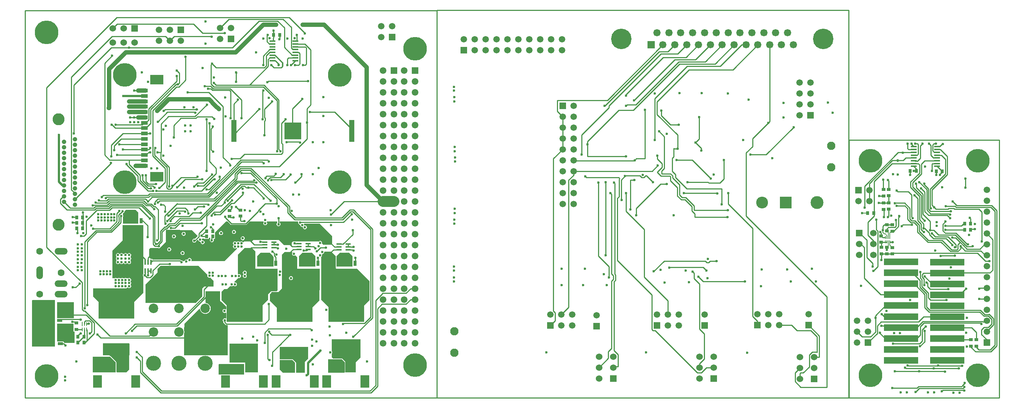
<source format=gbl>
G04*
G04 #@! TF.GenerationSoftware,Altium Limited,Altium Designer,18.1.9 (240)*
G04*
G04 Layer_Physical_Order=4*
G04 Layer_Color=8865052*
%FSLAX44Y44*%
%MOMM*%
G71*
G01*
G75*
%ADD10R,0.9000X0.7000*%
%ADD13R,0.7000X0.9000*%
%ADD16C,0.2540*%
%ADD17R,0.8000X0.9000*%
%ADD18R,0.9000X0.8000*%
%ADD27R,0.8000X1.6000*%
%ADD28R,2.1000X3.0000*%
%ADD39R,1.1684X0.3556*%
%ADD40R,0.3556X1.1684*%
%ADD51R,1.7000X1.1000*%
%ADD62C,0.5080*%
%ADD63C,1.0000*%
%ADD65C,1.6900*%
%ADD66R,1.6900X1.6900*%
%ADD67C,4.7600*%
%ADD68R,1.5000X1.5000*%
%ADD69C,1.5000*%
%ADD70C,1.5240*%
%ADD71R,1.5240X1.5240*%
%ADD72R,1.5000X1.5000*%
%ADD73C,1.9500*%
%ADD74C,3.0000*%
%ADD75C,2.7500*%
%ADD76R,2.7500X2.7500*%
%ADD77C,0.6000*%
%ADD78C,5.5000*%
%ADD79C,1.5500*%
%ADD80R,1.5500X1.5500*%
%ADD81C,1.0668*%
%ADD82C,3.5000*%
%ADD83C,2.2000*%
%ADD84O,3.0160X1.5080*%
%ADD85C,1.6000*%
%ADD86O,1.5080X3.0160*%
%ADD87R,1.5240X1.5240*%
%ADD88C,2.7940*%
%ADD89R,8.0000X1.5000*%
%ADD90R,0.2032X0.6604*%
%ADD91R,1.4000X0.3500*%
%ADD92C,0.2000*%
%ADD93R,1.6002X0.8128*%
%ADD94R,3.0988X2.2098*%
%ADD95R,1.3000X5.1000*%
%ADD96R,4.0000X4.0000*%
%ADD97R,0.2700X1.0200*%
%ADD98R,0.2700X0.9400*%
%ADD99R,0.6500X1.2000*%
%ADD100R,1.2000X0.6500*%
%ADD101R,10.8000X1.9100*%
%ADD102R,8.3300X5.0800*%
%ADD103R,1.0500X2.8000*%
%ADD104R,1.1000X1.7000*%
%ADD105C,1.0160*%
%ADD106C,2.5000*%
G36*
X705472Y308250D02*
X704574Y309148D01*
X704575Y331308D01*
X706192Y332925D01*
X742763Y332925D01*
X764000D01*
X764000Y308250D01*
X705472Y308250D01*
D02*
G37*
G36*
X847600Y319400D02*
X847600Y342125D01*
X876631D01*
X882600Y336157D01*
Y312470D01*
X854530Y312470D01*
X847600Y319400D01*
D02*
G37*
G36*
X960000Y343250D02*
X969857D01*
Y343187D01*
X983405D01*
Y343250D01*
X991909D01*
X998350Y336809D01*
X998350Y313486D01*
X997351Y312288D01*
X997186Y312216D01*
X960000D01*
Y343250D01*
D02*
G37*
G36*
X412000Y349750D02*
X452000D01*
X465000Y336750D01*
Y312750D01*
X412000D01*
Y349750D01*
D02*
G37*
G36*
X885000Y336089D02*
X877315Y343774D01*
X847600D01*
X847600Y372500D01*
X913000Y372500D01*
X913000Y344750D01*
X905854Y337604D01*
X905854Y312216D01*
X885000Y312216D01*
Y336089D01*
D02*
G37*
G36*
X766742Y336008D02*
X730500D01*
Y379750D01*
X796250D01*
Y312724D01*
X766742D01*
Y336008D01*
D02*
G37*
G36*
X466650Y315100D02*
Y336750D01*
X466166Y337916D01*
X453166Y350916D01*
X453025Y350975D01*
X451250Y352750D01*
X436000Y352750D01*
Y380750D01*
X497000D01*
Y319750D01*
X490000Y312750D01*
X469000D01*
X466650Y315100D01*
D02*
G37*
G36*
X1000000Y337492D02*
X992492Y345000D01*
X971250Y345000D01*
X968000Y348250D01*
Y356429D01*
X968035Y356452D01*
X969035Y357949D01*
X969386Y359714D01*
X969035Y361479D01*
X968035Y362976D01*
X968000Y362999D01*
Y389750D01*
X1035000D01*
Y347724D01*
X1024000Y336724D01*
Y312724D01*
X1000000D01*
X1000000Y337492D01*
D02*
G37*
G36*
X346004Y382214D02*
X346004Y382215D01*
X345080Y382832D01*
X343990Y383049D01*
X343944Y384254D01*
Y384974D01*
X329440D01*
X329440Y426500D01*
X367180Y426500D01*
X367506Y426174D01*
Y417944D01*
Y407896D01*
X369690D01*
X369690Y381915D01*
X346304Y381915D01*
X346004Y382214D01*
D02*
G37*
G36*
X677208Y352750D02*
X674000Y353066D01*
X670792Y352750D01*
X625598Y352750D01*
X624702Y353650D01*
X624879Y404026D01*
X624902Y404081D01*
X625332Y407350D01*
X624902Y410616D01*
X624954Y425361D01*
X624699Y425790D01*
X660177Y461268D01*
X661518Y460812D01*
X661798Y458681D01*
X663060Y455634D01*
X665068Y453018D01*
X667684Y451010D01*
X670731Y449748D01*
X674000Y449318D01*
X677269Y449748D01*
X680316Y451010D01*
X682932Y453018D01*
X684940Y455634D01*
X686202Y458681D01*
X686632Y461950D01*
X686202Y465219D01*
X684940Y468266D01*
X682932Y470882D01*
X680316Y472890D01*
X677269Y474152D01*
X675145Y474431D01*
X674211Y475243D01*
Y502024D01*
X708401Y502024D01*
Y480169D01*
X710750Y477570D01*
X722350Y465970D01*
Y460445D01*
X721080Y459767D01*
X720369Y460242D01*
X718604Y460593D01*
X716839Y460242D01*
X715343Y459242D01*
X714343Y457745D01*
X713992Y455980D01*
X714343Y454215D01*
X715343Y452718D01*
X716839Y451718D01*
X718604Y451367D01*
X720369Y451718D01*
X721080Y452193D01*
X722350Y451515D01*
Y439100D01*
X721080Y438421D01*
X720735Y438652D01*
X718970Y439003D01*
X717205Y438652D01*
X715708Y437652D01*
X714708Y436155D01*
X714357Y434390D01*
X714708Y432625D01*
X715708Y431128D01*
X716121Y430853D01*
Y429934D01*
X716338Y428844D01*
X716956Y427920D01*
X716956Y427920D01*
X721140Y423736D01*
X722064Y423118D01*
X723154Y422901D01*
X723154Y422901D01*
X725710D01*
X725710Y352750D01*
X677208Y352750D01*
D02*
G37*
G36*
X328690Y476578D02*
X368268D01*
Y439223D01*
X339614D01*
X339614Y439223D01*
X339318Y439164D01*
X328690D01*
Y476578D01*
D02*
G37*
G36*
X534750Y518000D02*
X563000Y546250D01*
Y554500D01*
X569500Y561000D01*
X658000D01*
X679154Y539846D01*
X679112Y539782D01*
X678761Y538017D01*
X679112Y536252D01*
X680111Y534755D01*
X681608Y533755D01*
X683373Y533404D01*
X685138Y533755D01*
X685202Y533798D01*
X692874Y526126D01*
Y512625D01*
X671323D01*
X666603Y507904D01*
Y489152D01*
X652002Y474552D01*
X645024Y474404D01*
X616325Y474404D01*
X615969Y474552D01*
X612700Y474982D01*
X609431Y474552D01*
X609075Y474404D01*
X556625Y474404D01*
X556269Y474552D01*
X553000Y474982D01*
X549731Y474552D01*
X549375Y474404D01*
X534750D01*
X534750Y518000D01*
D02*
G37*
G36*
X270556Y373055D02*
X270326Y480945D01*
X271223Y481843D01*
X324319Y481843D01*
X324319Y373055D01*
X270556Y373055D01*
D02*
G37*
G36*
X425250Y477341D02*
X413000Y489591D01*
Y508750D01*
X462000Y508750D01*
X489875D01*
X492039Y510914D01*
X493303Y510790D01*
X493489Y510513D01*
X494985Y509513D01*
X496750Y509162D01*
X498515Y509513D01*
X500012Y510513D01*
X501012Y512009D01*
X501363Y513774D01*
X501012Y515540D01*
X500012Y517036D01*
Y517763D01*
X501012Y519259D01*
X501363Y521024D01*
X501012Y522790D01*
X500012Y524286D01*
Y525013D01*
X501012Y526509D01*
X501363Y528274D01*
X501012Y530040D01*
X500012Y531536D01*
X498515Y532536D01*
X496750Y532887D01*
X494985Y532536D01*
X494140Y531972D01*
X493750Y532180D01*
Y532180D01*
X490562D01*
X490029Y532536D01*
X488264Y532887D01*
X486499Y532536D01*
X485966Y532180D01*
X483062Y532180D01*
X482529Y532536D01*
X480764Y532887D01*
X478999Y532536D01*
X478466Y532180D01*
X475562D01*
X475029Y532536D01*
X473264Y532887D01*
X471499Y532536D01*
X470966Y532180D01*
X468062D01*
X467529Y532536D01*
X465764Y532887D01*
X463999Y532536D01*
X463466Y532180D01*
X458024D01*
X458024Y597030D01*
X481046Y620053D01*
Y655833D01*
X529740D01*
Y542652D01*
X528793Y541235D01*
X528442Y539470D01*
X528793Y537705D01*
X529740Y536288D01*
Y498490D01*
X508750Y477500D01*
Y438750D01*
X425250D01*
Y477341D01*
D02*
G37*
G36*
X724000Y469530D02*
X711896Y481634D01*
Y500634D01*
X717896Y506634D01*
X724284Y506634D01*
X732216Y514566D01*
X733290Y513848D01*
X735055Y513497D01*
X736821Y513848D01*
X738317Y514848D01*
X738420Y515002D01*
X739690D01*
X739794Y514848D01*
X741290Y513848D01*
X743055Y513497D01*
X744821Y513848D01*
X746317Y514848D01*
X747317Y516344D01*
X747668Y518109D01*
X747317Y519874D01*
X746317Y521371D01*
X744821Y522371D01*
X743055Y522722D01*
X741948Y522502D01*
X741322Y523672D01*
X749469Y531818D01*
X749472Y532387D01*
X750522Y533037D01*
X750745Y533031D01*
X752441Y532693D01*
X754206Y533044D01*
X755703Y534044D01*
X756703Y535541D01*
X757054Y537306D01*
X756703Y539071D01*
X755703Y540567D01*
X754206Y541567D01*
X752441Y541918D01*
X750790Y541590D01*
X750470Y541636D01*
X749523Y542145D01*
X749759Y587509D01*
X764738Y602489D01*
X782512D01*
X790250Y594750D01*
Y554500D01*
X842540Y554500D01*
X842540Y504657D01*
X842292Y504410D01*
Y504372D01*
X842255D01*
X839882Y502000D01*
X827250Y502000D01*
X827185Y501935D01*
X826787D01*
Y501537D01*
X819516Y494266D01*
X819516Y481634D01*
X807250Y469368D01*
Y430434D01*
X724000D01*
Y469530D01*
D02*
G37*
G36*
X960250Y465250D02*
X944000Y481500D01*
Y581937D01*
X944482Y582258D01*
X945481Y583755D01*
X945833Y585520D01*
X945481Y587285D01*
X945397Y587412D01*
X946160Y588555D01*
X946300Y588527D01*
X948065Y588879D01*
X949562Y589878D01*
X950562Y591375D01*
X950913Y593140D01*
X950863Y593390D01*
X951815Y594500D01*
X967250D01*
X977500Y584250D01*
Y556500D01*
X979628Y554372D01*
X1027272D01*
X1055976Y525668D01*
Y481476D01*
X1043250Y468750D01*
Y430750D01*
X960250D01*
Y465250D01*
D02*
G37*
G36*
X979320Y584438D02*
X986494Y591612D01*
X1008680D01*
X1016404Y583888D01*
Y559612D01*
X979320D01*
Y584438D01*
D02*
G37*
G36*
X794343Y584079D02*
X801934Y591670D01*
X824120D01*
X831463Y584326D01*
X831526Y584010D01*
X832144Y583086D01*
X833000Y582230D01*
Y559670D01*
X794343D01*
Y584079D01*
D02*
G37*
G36*
X892452Y584231D02*
X900046Y591826D01*
X902604D01*
X902986Y591750D01*
X903368Y591826D01*
X922232D01*
X929790Y584268D01*
Y559826D01*
X892452D01*
Y584231D01*
D02*
G37*
G36*
X840500Y463690D02*
X824120Y480070D01*
Y494946D01*
X828174Y499000D01*
X843050D01*
X852025Y507975D01*
X852007Y538588D01*
X852213Y539625D01*
X852005Y540668D01*
X852002Y545597D01*
X852262Y545985D01*
X852613Y547750D01*
X852262Y549515D01*
X852000Y549907D01*
Y587000D01*
X858500Y593500D01*
X875500D01*
X876762Y592238D01*
X875999Y591095D01*
X875647Y589330D01*
X875999Y587565D01*
X876998Y586068D01*
X878495Y585069D01*
X880260Y584717D01*
X882025Y585069D01*
X883168Y585832D01*
X887500Y581500D01*
Y554258D01*
X893336D01*
Y554372D01*
X940336D01*
Y509372D01*
Y504372D01*
X939500D01*
Y480070D01*
X923750Y464320D01*
Y431000D01*
X840500D01*
Y463690D01*
D02*
G37*
G36*
X642074Y572029D02*
X641475Y573149D01*
X641575Y573299D01*
X641927Y575064D01*
X641575Y576829D01*
X640576Y578326D01*
X639079Y579325D01*
X637314Y579677D01*
X635549Y579325D01*
X634052Y578326D01*
X633052Y576829D01*
X632865Y575887D01*
X631515Y575261D01*
X629750Y575613D01*
X627985Y575261D01*
X626488Y574262D01*
X625489Y572765D01*
X625342Y572029D01*
X621952D01*
X621615Y572532D01*
X620119Y573531D01*
X618354Y573883D01*
X617867Y573786D01*
X616634Y575018D01*
X616634Y575018D01*
X615710Y575636D01*
X614620Y575853D01*
X614620Y575853D01*
X550926D01*
X550926Y575853D01*
X550494Y576207D01*
Y577280D01*
X546851D01*
X543019Y581112D01*
X543019Y599499D01*
X546020Y602500D01*
X564218Y602500D01*
X564235Y602489D01*
X566000Y602137D01*
X567765Y602489D01*
X569262Y603488D01*
X570261Y604985D01*
X570268Y605018D01*
X582321Y617071D01*
Y644750D01*
X615250Y644750D01*
Y644357D01*
X643117D01*
X655891Y631584D01*
Y630197D01*
X649781Y624087D01*
X648395Y624363D01*
X646630Y624012D01*
X645134Y623012D01*
X644134Y621515D01*
X643783Y619750D01*
X644134Y617985D01*
X645134Y616488D01*
X646630Y615489D01*
X648395Y615137D01*
X650160Y615489D01*
X651657Y616488D01*
X652657Y617985D01*
X652885Y619133D01*
X655901Y622150D01*
X656512Y622003D01*
X657181Y621633D01*
X657488Y620088D01*
X658488Y618592D01*
X659985Y617592D01*
X661750Y617241D01*
X662309Y617352D01*
X663389Y616272D01*
X663316Y615905D01*
X663667Y614140D01*
X664667Y612643D01*
X666163Y611643D01*
X667928Y611292D01*
X669693Y611643D01*
X671190Y612643D01*
X672190Y614140D01*
X672541Y615905D01*
X672190Y617670D01*
X671190Y619166D01*
X669693Y620166D01*
X667928Y620517D01*
X667370Y620406D01*
X666290Y621486D01*
X666363Y621853D01*
X666039Y623480D01*
X666130Y623865D01*
X666603Y624750D01*
X671476D01*
Y623726D01*
X682524D01*
Y625274D01*
X684303Y627052D01*
X685476Y626567D01*
Y623726D01*
X685476D01*
X685624Y623450D01*
X685000Y622516D01*
X684649Y620751D01*
X685000Y618986D01*
X686000Y617490D01*
X687496Y616490D01*
X689262Y616138D01*
X691027Y616490D01*
X692523Y617490D01*
X693523Y618986D01*
X693874Y620751D01*
X693535Y622456D01*
X693521Y622680D01*
X694176Y623726D01*
X696524D01*
Y635774D01*
X696696Y635884D01*
X696696D01*
Y639446D01*
X721510Y664260D01*
X725710D01*
X732249Y657722D01*
X733173Y657104D01*
X734263Y656887D01*
X734263Y656887D01*
X768223D01*
X768223Y656887D01*
X769313Y657104D01*
X770237Y657722D01*
X770238Y657722D01*
X776776Y664260D01*
X809263D01*
X809886Y662990D01*
X809219Y661991D01*
X808868Y660226D01*
X809219Y658461D01*
X810219Y656964D01*
X811715Y655964D01*
X813481Y655613D01*
X815246Y655964D01*
X816742Y656964D01*
X817742Y658461D01*
X818093Y660226D01*
X817742Y661991D01*
X817075Y662990D01*
X817698Y664260D01*
X841456D01*
Y661636D01*
X841043Y661360D01*
X840043Y659864D01*
X839692Y658099D01*
X840043Y656333D01*
X841043Y654837D01*
X842540Y653837D01*
X844305Y653486D01*
X846070Y653837D01*
X847566Y654837D01*
X848566Y656333D01*
X848917Y658099D01*
X848566Y659864D01*
X847566Y661360D01*
X847153Y661636D01*
Y664260D01*
X889308Y664260D01*
X890060Y662990D01*
X889789Y661627D01*
X890140Y659862D01*
X891140Y658366D01*
X892636Y657366D01*
X893743Y657146D01*
X894790Y655896D01*
X894777Y655833D01*
X895128Y654068D01*
X896128Y652572D01*
X897625Y651572D01*
X899390Y651221D01*
X900078Y651358D01*
X901241Y650694D01*
X901592Y648929D01*
X902592Y647432D01*
X904089Y646432D01*
X905854Y646081D01*
X907619Y646432D01*
X909116Y647432D01*
X910115Y648929D01*
X910467Y650694D01*
X910115Y652459D01*
X909116Y653955D01*
X907619Y654955D01*
X905854Y655306D01*
X905165Y655170D01*
X904003Y655833D01*
X903652Y657598D01*
X903210Y658260D01*
X903888Y659530D01*
X940321D01*
X969500Y630350D01*
Y610070D01*
X948962D01*
X945579Y613453D01*
X945833Y614730D01*
X945481Y616495D01*
X944482Y617992D01*
X942985Y618992D01*
X941220Y619343D01*
X939455Y618992D01*
X938345Y618250D01*
X878500Y618250D01*
X875500Y615250D01*
Y609500D01*
X857548Y609500D01*
X845798Y621250D01*
X802590D01*
X801934Y621381D01*
X801278Y621250D01*
X785477D01*
X782750Y618250D01*
X766000D01*
X765500Y618750D01*
X762871Y616121D01*
X761607Y616245D01*
X761262Y616762D01*
X759765Y617762D01*
X758000Y618113D01*
X756235Y617762D01*
X754738Y616762D01*
X753762D01*
X752265Y617762D01*
X750500Y618113D01*
X748735Y617762D01*
X747618Y617015D01*
X746749Y616853D01*
X745881Y617015D01*
X744764Y617762D01*
X742999Y618113D01*
X741234Y617762D01*
X739737Y616762D01*
X738737Y615265D01*
X738386Y613500D01*
X738737Y611735D01*
X739368Y610791D01*
X739738Y609512D01*
X738738Y608015D01*
X738387Y606250D01*
X738738Y604485D01*
X739738Y602988D01*
X741235Y601988D01*
X743000Y601637D01*
X744765Y601988D01*
X746262Y602988D01*
X747238D01*
X747660Y602706D01*
X747821Y601071D01*
X718778Y572028D01*
X642074Y572029D01*
D02*
G37*
G36*
X482673Y676240D02*
X482919Y677474D01*
X482673Y678708D01*
Y684015D01*
X483245Y684128D01*
X484742Y685128D01*
X485742Y686625D01*
X486093Y688390D01*
X486076Y688473D01*
X489287Y691684D01*
X511473D01*
X517673Y685484D01*
Y659684D01*
X482673D01*
Y676240D01*
D02*
G37*
%LPC*%
G36*
X496720Y565254D02*
X498485Y565605D01*
X499982Y566605D01*
X500981Y568102D01*
X501333Y569867D01*
X500981Y571632D01*
X499982Y573128D01*
X499692Y573321D01*
Y574591D01*
X500119Y574877D01*
X501119Y576373D01*
X501470Y578138D01*
X501119Y579903D01*
X500119Y581400D01*
X499920Y581533D01*
Y582803D01*
X500119Y582937D01*
X501119Y584433D01*
X501470Y586198D01*
X501119Y587963D01*
X500119Y589460D01*
X498623Y590460D01*
X496858Y590811D01*
X495093Y590460D01*
X493596Y589460D01*
X493143Y588781D01*
X491615D01*
X491162Y589460D01*
X489665Y590460D01*
X487900Y590811D01*
X486135Y590460D01*
X484639Y589460D01*
X484184Y588779D01*
X482656D01*
X482202Y589460D01*
X480705Y590460D01*
X478940Y590811D01*
X477175Y590460D01*
X475678Y589460D01*
X475328Y588936D01*
X474058D01*
X473709Y589460D01*
X472212Y590460D01*
X470447Y590811D01*
X468682Y590460D01*
X467186Y589460D01*
X466186Y587963D01*
X465835Y586198D01*
X466186Y584433D01*
X467186Y582937D01*
X467385Y582803D01*
Y581533D01*
X467186Y581400D01*
X466186Y579903D01*
X465835Y578138D01*
X466186Y576373D01*
X467186Y574877D01*
X467412Y574725D01*
Y573455D01*
X467186Y573304D01*
X466186Y571807D01*
X465835Y570042D01*
X466186Y568277D01*
X467186Y566780D01*
X468682Y565780D01*
X470447Y565429D01*
X472212Y565780D01*
X473709Y566780D01*
X474058Y567304D01*
X475328D01*
X475678Y566780D01*
X477175Y565780D01*
X478940Y565429D01*
X480705Y565780D01*
X482202Y566780D01*
X482656Y567461D01*
X484184D01*
X484639Y566780D01*
X486135Y565780D01*
X487900Y565429D01*
X489665Y565780D01*
X491162Y566780D01*
X491488Y567268D01*
X493015D01*
X493458Y566605D01*
X494955Y565605D01*
X496720Y565254D01*
D02*
G37*
G36*
X765747Y533008D02*
X767512Y533359D01*
X769009Y534359D01*
X770008Y535856D01*
X770360Y537621D01*
X770008Y539386D01*
X769120Y540716D01*
X768996Y541255D01*
Y541796D01*
X769120Y542336D01*
X770008Y543666D01*
X770360Y545431D01*
X770008Y547196D01*
X769009Y548692D01*
X767512Y549692D01*
X765747Y550043D01*
X763982Y549692D01*
X762485Y548692D01*
X761486Y547196D01*
X761134Y545431D01*
X761486Y543666D01*
X762374Y542336D01*
X762498Y541796D01*
Y541255D01*
X762374Y540716D01*
X761486Y539386D01*
X761134Y537621D01*
X761486Y535856D01*
X762485Y534359D01*
X763982Y533359D01*
X765747Y533008D01*
D02*
G37*
G36*
X873400Y528137D02*
X875165Y528488D01*
X876662Y529488D01*
X877661Y530985D01*
X878012Y532750D01*
X877661Y534515D01*
X876662Y536012D01*
X875165Y537011D01*
X873400Y537363D01*
X871635Y537011D01*
X870138Y536012D01*
X869138Y534515D01*
X868787Y532750D01*
X869138Y530985D01*
X870138Y529488D01*
X871635Y528488D01*
X873400Y528137D01*
D02*
G37*
G36*
X621000Y586387D02*
X622765Y586739D01*
X624262Y587738D01*
X625261Y589235D01*
X625613Y591000D01*
X625261Y592765D01*
X624262Y594262D01*
X622765Y595262D01*
X621000Y595613D01*
X619235Y595262D01*
X617738Y594262D01*
X616739Y592765D01*
X616387Y591000D01*
X616739Y589235D01*
X617738Y587738D01*
X619235Y586739D01*
X621000Y586387D01*
D02*
G37*
G36*
X590001Y594997D02*
X591766Y595348D01*
X593263Y596348D01*
X594263Y597844D01*
X594614Y599609D01*
X594263Y601374D01*
X593263Y602871D01*
X591766Y603871D01*
X590001Y604222D01*
X588236Y603871D01*
X586740Y602871D01*
X585740Y601374D01*
X585389Y599609D01*
X585740Y597844D01*
X586740Y596348D01*
X588236Y595348D01*
X590001Y594997D01*
D02*
G37*
G36*
X761228Y620862D02*
X762993Y621213D01*
X764490Y622212D01*
X765490Y623709D01*
X765841Y625474D01*
X765490Y627239D01*
X764490Y628736D01*
X762993Y629736D01*
X761228Y630087D01*
X759463Y629736D01*
X757966Y628736D01*
X756966Y627239D01*
X756615Y625474D01*
X756966Y623709D01*
X757966Y622212D01*
X759463Y621213D01*
X761228Y620862D01*
D02*
G37*
G36*
X601001Y625138D02*
X602766Y625490D01*
X604263Y626489D01*
X605263Y627986D01*
X605614Y629751D01*
X605263Y631516D01*
X604263Y633013D01*
X602766Y634013D01*
X601001Y634364D01*
X599236Y634013D01*
X597740Y633013D01*
X596740Y631516D01*
X596389Y629751D01*
X596740Y627986D01*
X597740Y626489D01*
X599236Y625490D01*
X601001Y625138D01*
D02*
G37*
G36*
X623500Y630887D02*
X625265Y631239D01*
X626762Y632238D01*
X627761Y633735D01*
X628113Y635500D01*
X627761Y637265D01*
X626762Y638762D01*
X625265Y639762D01*
X623500Y640113D01*
X621735Y639762D01*
X620238Y638762D01*
X619239Y637265D01*
X618887Y635500D01*
X619239Y633735D01*
X620238Y632238D01*
X621735Y631239D01*
X623500Y630887D01*
D02*
G37*
G36*
X710475Y632862D02*
X712241Y633213D01*
X713737Y634213D01*
X714737Y635709D01*
X715088Y637475D01*
X714737Y639240D01*
X713737Y640736D01*
X712241Y641736D01*
X710475Y642087D01*
X708710Y641736D01*
X707214Y640736D01*
X706214Y639240D01*
X705863Y637475D01*
X706214Y635709D01*
X707214Y634213D01*
X708710Y633213D01*
X710475Y632862D01*
D02*
G37*
G36*
X740720Y635372D02*
X742485Y635723D01*
X743981Y636723D01*
X744981Y638220D01*
X745332Y639985D01*
X744981Y641750D01*
X743981Y643246D01*
X742485Y644246D01*
X740720Y644597D01*
X738954Y644246D01*
X737458Y643246D01*
X736458Y641750D01*
X736107Y639985D01*
X736458Y638220D01*
X737458Y636723D01*
X738954Y635723D01*
X740720Y635372D01*
D02*
G37*
%LPD*%
D10*
X2252670Y738991D02*
D03*
Y723991D02*
D03*
X2252416Y707766D02*
D03*
Y692766D02*
D03*
X2264721Y707844D02*
D03*
Y692844D02*
D03*
X2264862Y739184D02*
D03*
Y724184D02*
D03*
X2260290Y657098D02*
D03*
Y642098D02*
D03*
X2273110Y656942D02*
D03*
Y641942D02*
D03*
X2247336Y589266D02*
D03*
Y604266D02*
D03*
X2260290Y589012D02*
D03*
Y604012D02*
D03*
X2273244Y588758D02*
D03*
Y603758D02*
D03*
X2468926Y389354D02*
D03*
Y374354D02*
D03*
X2456196Y389058D02*
D03*
Y374058D02*
D03*
X373530Y412920D02*
D03*
Y427920D02*
D03*
D13*
X2230096Y684142D02*
D03*
X2215096D02*
D03*
X2314258Y781932D02*
D03*
X2329258D02*
D03*
X376956Y395750D02*
D03*
X391956D02*
D03*
D16*
X2120998Y278786D02*
Y489246D01*
X1933048Y677196D02*
X2120998Y489246D01*
X1933048Y677196D02*
Y824399D01*
X1891111Y730263D02*
X1891134Y730286D01*
X1832968Y524536D02*
X1930208D01*
Y524758D01*
X1811208Y691036D02*
X1890208D01*
X1890208Y691036D01*
X1890118Y691126D02*
Y691170D01*
X1813208Y675036D02*
X1889488D01*
X1876208Y704318D02*
Y740293D01*
X1876148Y704378D02*
X1876208Y704318D01*
X1865480Y730286D02*
X1865730Y730036D01*
X1848934Y572036D02*
X1864208D01*
Y572042D02*
X1864464Y572298D01*
X1821792Y535722D02*
X1821826Y535688D01*
X1717906Y548234D02*
X1741708Y572036D01*
X1717906Y548112D02*
Y548234D01*
X1787909Y730133D02*
X1865458D01*
X1821826Y535678D02*
X1832968Y524536D01*
X1794451Y740293D02*
X1876208D01*
X1768223Y766521D02*
X1794451Y740293D01*
X1483954Y810675D02*
X1505516Y832236D01*
X1483954Y456585D02*
X1488418Y452121D01*
X1483954Y456585D02*
Y810675D01*
X1824398Y413558D02*
Y518737D01*
X1811666Y531470D02*
X1824398Y518737D01*
X1845608Y568710D02*
X1848934Y572036D01*
X1840808Y568710D02*
X1845608D01*
X1837482Y572036D02*
X1840808Y568710D01*
X1741708Y572036D02*
X1837482D01*
X1694652Y766910D02*
X1698853Y771111D01*
X1685651D02*
X1689852Y766910D01*
X1651851Y771111D02*
X1685651D01*
X1698853D02*
X1700609D01*
X1689852Y766910D02*
X1694652D01*
X1530916Y781436D02*
X1713881D01*
X1700609Y771111D02*
X1715684Y756036D01*
X1558405Y769051D02*
X1560936Y766521D01*
X1636436D01*
X1638256Y764700D01*
X1636783Y763227D02*
X1638256Y764700D01*
X1636783Y721979D02*
Y763227D01*
X1633048Y718245D02*
X1636783Y721979D01*
X1633048Y574113D02*
Y718245D01*
Y574113D02*
X1713598Y493563D01*
Y412958D02*
Y493563D01*
Y412958D02*
X1715830Y410726D01*
X1721094D01*
X1641863Y715381D02*
X1643208Y714036D01*
X1626863Y541934D02*
Y753479D01*
X1619277Y542336D02*
Y727902D01*
X1641863Y715381D02*
Y761123D01*
X1663208Y735004D02*
Y760951D01*
Y735004D02*
X1663368Y734844D01*
Y692196D02*
Y734844D01*
X1641863Y761123D02*
X1651080Y770340D01*
X1663208Y692036D02*
X1663368Y692196D01*
X1653048Y730476D02*
X1653208Y730636D01*
X1653048Y687828D02*
Y709508D01*
X1653368Y709828D01*
Y718245D01*
X1653048Y718565D02*
X1653368Y718245D01*
X1653048Y718565D02*
Y730476D01*
X1663208Y760951D02*
X1672293D01*
X1721094Y410726D02*
X1819214Y312606D01*
X1828683D01*
X1840112Y324036D01*
X1856968D01*
X1947898Y857326D02*
X1984608Y894036D01*
X1947898Y839249D02*
Y857326D01*
X1933048Y824399D02*
X1947898Y839249D01*
X2059951Y278786D02*
X2120998D01*
X2079625Y325779D02*
Y353670D01*
X2065952Y312106D02*
X2079625Y325779D01*
Y353670D02*
X2086320Y360366D01*
X2098138Y360020D02*
Y395922D01*
X2097793Y360366D02*
X2098138Y360020D01*
X2086320Y360366D02*
X2097793D01*
X2103218Y348936D02*
Y398026D01*
X2091055Y348936D02*
X2103218D01*
X2046605Y292132D02*
X2059951Y278786D01*
X2046605Y292132D02*
Y312106D01*
X2058035Y323536D01*
X1943208Y820190D02*
X1979362D01*
X1891208Y705190D02*
X1947898Y648500D01*
Y443751D02*
Y648500D01*
X1891208Y705190D02*
Y730036D01*
X1832340Y558196D02*
X1840458Y550078D01*
X1754108Y557024D02*
X1755280Y558196D01*
X1959208Y423036D02*
Y432441D01*
X1947898Y443751D02*
X1959208Y432441D01*
X1626863Y541934D02*
X1628448Y540349D01*
X1651080Y770340D02*
X1651851Y771111D01*
X1589108Y583658D02*
Y755111D01*
X1605858Y585765D02*
Y756036D01*
X1563208Y815616D02*
X1653208D01*
X1671828Y805456D02*
X1673208Y806836D01*
X1677208Y810836D01*
X1625232Y755111D02*
X1626863Y753479D01*
X1616703Y730476D02*
X1619277Y727902D01*
Y542336D02*
X1623368Y538245D01*
Y529828D02*
Y538245D01*
X1619277Y525737D02*
X1623368Y529828D01*
X1619277Y368865D02*
Y525737D01*
X1611778Y361366D02*
X1619277Y368865D01*
X1611778Y346126D02*
Y361366D01*
X1590188Y324536D02*
X1611778Y346126D01*
X1625232Y364077D02*
Y524507D01*
Y364077D02*
X1634638Y354670D01*
Y326560D02*
Y354670D01*
X1628448Y527724D02*
Y540349D01*
X1625232Y524507D02*
X1628448Y527724D01*
X1613208Y534036D02*
Y559557D01*
X1502508Y447436D02*
X1519606Y464534D01*
Y760721D01*
X1530916Y772031D01*
Y781436D01*
X1477108Y422036D02*
X1488418Y433346D01*
Y452121D01*
X1761276Y766284D02*
Y771156D01*
Y766284D02*
X1777840Y749720D01*
X1756830Y775601D02*
X1761276Y771156D01*
X1736210Y775601D02*
X1756830D01*
X1756196Y759366D02*
Y769051D01*
X1754726Y770521D02*
X1756196Y769051D01*
X1734106Y770521D02*
X1754726D01*
X1733873Y751412D02*
X1747909D01*
X1677208Y694746D02*
X1733873Y751412D01*
X1756196Y759366D02*
X1772760Y742802D01*
X1768223Y766521D02*
Y773858D01*
X1760993Y781088D02*
X1768223Y773858D01*
X1813208Y675036D02*
Y681852D01*
X1806128Y688932D02*
X1813208Y681852D01*
X1806128Y688932D02*
Y698869D01*
X1790104Y714893D02*
X1806128Y698869D01*
X1781687Y714893D02*
X1790104D01*
X1772760Y723820D02*
X1781687Y714893D01*
X1772760Y723820D02*
Y742802D01*
X1726092Y778534D02*
X1734106Y770521D01*
X1760993Y781088D02*
Y811544D01*
X1726092Y778534D02*
Y779279D01*
X1737241Y790428D01*
Y798844D01*
X1726209Y809876D02*
X1737241Y798844D01*
X1726209Y809876D02*
Y817932D01*
X1730457Y874036D02*
X1742321Y862172D01*
Y788323D02*
Y862172D01*
X1736210Y782212D02*
X1742321Y788323D01*
X1736210Y775601D02*
Y782212D01*
X1720223Y854216D02*
Y951051D01*
Y854216D02*
X1720403Y854036D01*
X1720223Y951051D02*
X1795288Y1026116D01*
X1713881Y781436D02*
X1727081Y794636D01*
X1811208Y691036D02*
Y700973D01*
X1792208Y719973D02*
X1811208Y700973D01*
X1783792Y719973D02*
X1792208D01*
X1777840Y725925D02*
X1783792Y719973D01*
X1777840Y725925D02*
Y749720D01*
X1760993Y811544D02*
X1764404Y814956D01*
Y834840D01*
X1771153Y807336D02*
X1807158D01*
X1850458Y764036D01*
X1871853Y753876D02*
X1881332Y763355D01*
X1846250Y753876D02*
X1871853D01*
X1844090Y756036D02*
X1846250Y753876D01*
X1796708Y756036D02*
X1844090D01*
X1735463Y910520D02*
Y922526D01*
X1725303Y913496D02*
Y943296D01*
X1735463Y910520D02*
X1756269Y889714D01*
X1725303Y913496D02*
X1773208Y865591D01*
X1725303Y943296D02*
X1799420Y1017413D01*
X1815233Y848404D02*
X1823208Y856379D01*
Y907286D01*
X1671713Y946536D02*
X1766533Y1041356D01*
X1828808Y829828D02*
Y834829D01*
X1815233Y848404D02*
X1828808Y834829D01*
X1807958Y548036D02*
X1811666Y544328D01*
X1755280Y558196D02*
X1832340D01*
X1811666Y531470D02*
Y544328D01*
X1824398Y413558D02*
X1835378Y402578D01*
Y344701D02*
Y402578D01*
X1823948Y333271D02*
X1835378Y344701D01*
X1823948Y324036D02*
Y333271D01*
X1653048Y687828D02*
X1695169Y645706D01*
Y535270D02*
Y645706D01*
Y535270D02*
X1750308Y480131D01*
Y447436D02*
Y480131D01*
X1589108Y583658D02*
X1613208Y559557D01*
X1532295Y805456D02*
X1671828D01*
X1530916Y806836D02*
X1532295Y805456D01*
X1677208Y678508D02*
Y694746D01*
X1623208Y324536D02*
X1625232Y326560D01*
X1634638D01*
X1881332Y763355D02*
Y807336D01*
X1563208Y815616D02*
Y844036D01*
X1549516Y865775D02*
X1613368Y929628D01*
X1549516Y820036D02*
Y865775D01*
X1563208Y850544D02*
X1636340Y923676D01*
X1613368Y933574D02*
X1734550Y1054756D01*
X1613368Y929628D02*
Y933574D01*
X1756269Y889714D02*
X1775821D01*
X1677208Y810836D02*
X1697208D01*
Y924036D01*
X1653208Y933836D02*
X1655748Y936376D01*
X1609973Y946536D02*
X1739073Y1075636D01*
X1492816Y946536D02*
X1609973D01*
X1603208Y933836D02*
X1604457D01*
X1636340Y923676D02*
X1670405D01*
X1777926Y1031196D01*
X1563208Y844036D02*
Y850544D01*
X1773208Y834036D02*
Y865591D01*
X1901730Y1017413D02*
X1959953Y1075636D01*
X1799420Y1017413D02*
X1901730D01*
X1795288Y1026116D02*
X1872551D01*
X1777926Y1031196D02*
X1860293D01*
X1775821Y1036276D02*
X1837763D01*
X1766533Y1041356D02*
X1815233D01*
X1792703Y1046436D02*
X1821903Y1075636D01*
X1739608Y1046436D02*
X1792703D01*
X1675921Y936376D02*
X1775821Y1036276D01*
X1653208Y960036D02*
X1739608Y1046436D01*
X1765208Y834036D02*
X1773208D01*
X1764404Y834840D02*
X1765208Y834036D01*
X1872551Y1026116D02*
X1922071Y1075636D01*
X1932343D01*
X1860293Y1031196D02*
X1904733Y1075636D01*
X1837763Y1036276D02*
X1877123Y1075636D01*
X1655748Y936376D02*
X1675921D01*
X1815233Y1041356D02*
X1849513Y1075636D01*
X1653208Y957036D02*
Y960036D01*
X1604457Y933836D02*
X1730457Y1059836D01*
X1979362Y820190D02*
X2043208Y884036D01*
X1984608Y894036D02*
X1987563Y896991D01*
Y1075636D01*
X1734550Y1054756D02*
X1773413D01*
X1794293Y1075636D01*
X1730457Y1059836D02*
X1750883D01*
X1766683Y1075636D01*
X1505516Y832236D02*
Y857636D01*
Y883036D01*
Y908436D01*
X1492816Y921136D02*
X1505516Y908436D01*
X1492816Y921136D02*
Y946536D01*
X2058035Y298136D02*
Y310708D01*
X2059433Y312106D01*
X2065952D01*
X2083724Y410336D02*
X2098138Y395922D01*
X2050808Y410336D02*
X2083724D01*
X2038108Y423036D02*
X2050808Y410336D01*
X2010008Y423036D02*
X2038108D01*
X2078208D02*
X2103218Y398026D01*
X2272736Y589266D02*
X2247336D01*
X2370224Y590622D02*
X2275108D01*
X2370270Y590576D02*
X2370224Y590622D01*
X2375070Y590576D02*
X2370270D01*
X2375070D02*
X2375116Y590622D01*
X2471412D02*
X2375116D01*
X2273244Y588758D02*
X2275108Y590622D01*
X2499304Y572382D02*
X2489652D01*
X2506670Y551300D02*
Y622509D01*
X2500184Y544814D02*
X2506670Y551300D01*
Y622509D02*
X2493060Y636120D01*
X2489652Y572382D02*
X2471412Y590622D01*
X2413198Y609720D02*
X2398212Y624706D01*
X2408578Y594782D02*
X2386782Y616578D01*
X2425692Y594782D02*
X2408578D01*
X2425692D02*
X2431740Y600830D01*
X2423914Y598846D02*
X2425644Y600576D01*
X2423914Y598846D02*
X2410610D01*
X2388814Y620642D01*
X2413198Y609720D02*
X2412944D01*
X2420818Y604640D02*
X2418786D01*
X2420818D02*
X2421374Y605196D01*
X2418405Y584828D02*
X2386274D01*
X2319887Y544789D02*
X2292987D01*
X2427930Y322700D02*
X2304486D01*
X2260544Y598036D02*
X2260290Y598290D01*
X2273244Y588758D02*
X2272736Y589266D01*
X2260290Y598290D02*
Y604012D01*
X2361140Y739436D02*
X2396930Y775226D01*
X2361140Y697048D02*
Y739436D01*
X2396930Y775226D02*
Y809630D01*
X2228794Y549014D02*
X2239208Y559428D01*
Y641945D02*
X2235398Y645755D01*
X2239208Y559428D02*
Y641945D01*
X2235398Y645755D02*
Y668394D01*
X2247082Y637482D02*
X2245002Y639562D01*
X2251266Y643938D02*
Y653730D01*
X2251146Y653850D01*
X2247082Y630436D02*
Y637482D01*
X2229810Y618356D02*
X2215840Y632326D01*
X2229810Y612006D02*
Y618356D01*
X2215840Y632326D02*
Y662806D01*
X2247590Y574414D02*
X2247336Y574668D01*
Y589266D01*
X2227016Y559098D02*
Y566794D01*
X2233874Y440302D02*
Y445382D01*
Y407282D02*
Y440302D01*
X2213300Y620896D02*
X2196790Y637406D01*
X2213300Y580510D02*
Y620896D01*
X2227016Y566794D02*
X2213300Y580510D01*
X2215840Y662806D02*
X2230318Y677284D01*
X2199838Y612006D02*
X2196790D01*
X2207966Y603878D02*
X2199838Y612006D01*
X2207966Y532250D02*
Y603878D01*
X2246227Y493989D02*
X2207966Y532250D01*
X2252416Y707766D02*
X2241751D01*
X2264721Y707844D02*
X2264862Y707985D01*
Y724184D01*
X2264644Y707766D02*
X2264721Y707844D01*
X2264644Y707766D02*
X2252416D01*
X2264862Y759580D02*
X2263084Y761358D01*
X2264862Y739184D02*
Y759580D01*
X2264721Y676889D02*
Y692844D01*
X2262576Y674744D02*
X2264721Y676889D01*
X2252670Y738991D02*
X2252162Y739499D01*
Y761866D01*
X2389554Y780266D02*
X2376850Y792970D01*
X2383622Y774334D02*
X2389554Y780266D01*
X2383622Y773042D02*
Y774334D01*
Y773042D02*
Y773774D01*
X2382718Y774678D01*
X2365204Y737753D02*
X2400994Y773543D01*
Y816116D01*
X2388560Y777980D02*
X2387290Y779250D01*
X2293010Y366820D02*
X2256404D01*
X2252670Y723991D02*
X2242538D01*
X2444948Y508120D02*
X2444186D01*
X2432248Y496182D02*
X2444186Y508120D01*
X2400810Y493820D02*
X2403172Y496182D01*
X2432248D02*
X2403172D01*
X2446980Y611498D02*
X2421374Y637104D01*
X2458712Y605704D02*
X2446866D01*
X2458712D02*
X2459680Y606672D01*
X2443472Y609259D02*
X2419691Y633040D01*
X2443472Y609098D02*
Y609259D01*
X2446866Y605704D02*
X2443472Y609098D01*
X2449266Y611498D02*
X2446980D01*
X2476984Y600322D02*
X2446443D01*
X2478984Y596258D02*
X2442408D01*
X2446443Y600322D02*
X2438550Y608215D01*
X2442408Y596258D02*
X2431740Y606926D01*
X2476984Y600322D02*
X2487382Y610720D01*
X2425070Y328034D02*
X2378146D01*
X2489922Y585320D02*
X2478984Y596258D01*
X2481524Y617594D02*
Y686682D01*
X2474666Y693540D01*
X2417516D01*
X2416246Y694810D01*
X2404308D01*
X2402784Y693286D02*
X2404308Y694810D01*
X2402784Y693286D02*
X2374590D01*
X2370526Y697350D01*
X2293010Y341420D02*
X2257420D01*
X2378146Y328034D02*
X2378908Y328796D01*
X2379416D02*
X2378908D01*
X2378146Y327526D02*
Y328034D01*
X2308804D01*
X2254524Y443020D02*
X2248606Y448938D01*
X2293010Y443020D02*
X2254524D01*
X2292987Y468589D02*
X2257081D01*
X2233874Y445382D02*
X2257081Y468589D01*
X2500184Y544814D02*
X2401004D01*
X2400810Y544620D02*
X2401004Y544814D01*
X2219910Y752823D02*
X2273403Y806316D01*
X2298343D02*
X2273403D01*
X2285436Y804490D02*
X2283610Y806316D01*
X2298343D02*
X2304497Y812470D01*
X2285436Y804490D02*
Y806316D01*
X2322850Y825470D02*
X2286810D01*
X2208220Y746880D02*
X2286810Y825470D01*
X2322536Y799156D02*
X2271991D01*
X2322536D02*
X2322850Y799470D01*
X2328362Y752148D02*
Y752468D01*
X2329244Y751266D02*
X2328362Y752148D01*
X2320170Y755181D02*
X2335563Y770574D01*
X2320170Y744917D02*
Y755181D01*
X2340300Y724787D02*
X2320170Y744917D01*
X2230318Y677284D02*
Y757483D01*
X2315662Y756421D02*
X2333879Y774638D01*
X2315662Y743677D02*
Y756421D01*
X2336236Y723103D02*
X2315662Y743677D01*
X2407610Y682666D02*
X2361581D01*
X2353012Y738688D02*
X2335982Y755718D01*
X2329244Y743204D02*
Y751266D01*
X2344364Y728084D02*
X2329244Y743204D01*
X2348682Y732910D02*
X2340046Y741546D01*
X2339792D01*
X2347412Y750035D02*
Y752823D01*
X2357076Y740371D02*
X2347412Y750035D01*
X2340602Y775577D02*
Y798011D01*
X2335599Y770574D02*
X2340602Y775577D01*
X2335599Y770574D02*
X2335563D01*
X2336538Y777261D02*
Y796328D01*
X2333915Y774638D02*
X2336538Y777261D01*
X2333915Y774638D02*
X2333879D01*
X2344364Y681348D02*
Y728084D01*
X2361128Y664584D02*
X2344364Y681348D01*
X2361128Y644264D02*
Y664584D01*
X2376114Y442918D02*
X2346218D01*
X2385512Y584066D02*
X2386274Y584828D01*
X2230318Y757483D02*
X2271991Y799156D01*
X2325850Y805300D02*
X2325180Y805970D01*
X2331616Y805300D02*
X2325850D01*
X2331616D02*
X2338090Y811774D01*
X2292987Y493989D02*
X2246227D01*
X2328335Y570189D02*
X2292987D01*
X2400810Y570020D02*
X2369434D01*
X2400810Y544620D02*
X2345926D01*
X2342380Y541074D02*
X2345926Y544620D01*
X2342380Y534534D02*
Y541074D01*
X2346444Y530470D02*
X2342380Y534534D01*
X2346444Y517724D02*
Y530470D01*
X2347666Y516502D02*
X2346444Y517724D01*
X2341316Y529456D02*
X2338316Y532456D01*
Y546319D01*
X2338471Y546474D01*
X2365522Y519220D02*
X2348174Y536568D01*
Y536934D01*
X2353202Y522598D02*
X2352238D01*
X2354778Y521022D02*
X2353202Y522598D01*
X2354778Y513343D02*
Y521022D01*
X2341316Y512994D02*
Y529456D01*
X2337252Y527424D02*
X2319887Y544789D01*
X2337252Y511311D02*
Y527424D01*
X2222444Y395852D02*
X2233874Y407282D01*
X2237938Y421506D02*
X2247082Y430650D01*
X2237938Y403602D02*
Y421506D01*
X2216548Y382212D02*
X2237938Y403602D01*
X2202908Y395852D02*
X2191148Y407612D01*
X2222444Y395852D02*
X2202908D01*
X2333950Y430650D02*
X2247082D01*
X2255718Y421506D02*
X2247590D01*
X2333950Y430650D02*
X2346218Y442918D01*
X2259604Y417620D02*
X2255718Y421506D01*
X2330064Y417620D02*
X2344422Y431978D01*
X2482387D02*
X2344422D01*
X2483969Y430396D02*
X2482387Y431978D01*
X2490535Y430396D02*
X2483969D01*
X2490535D02*
X2493060Y432920D01*
X2437404Y341318D02*
X2400694D01*
X2466712Y361388D02*
X2456196Y371904D01*
Y374058D01*
X2502178Y361388D02*
X2516068Y375278D01*
X2502178Y361388D02*
X2466712D01*
X2500494Y365452D02*
X2512004Y376961D01*
X2500494Y365452D02*
X2474840D01*
X2468926Y371366D01*
Y374354D01*
X2457826Y417518D02*
X2400694D01*
X2468926Y406418D02*
X2457826Y417518D01*
X2468926Y389354D02*
Y406418D01*
X2403754Y389058D02*
X2400694Y392118D01*
X2456196Y389058D02*
X2403754D01*
X2516068Y375278D02*
Y689984D01*
X2512004Y688301D02*
X2502447Y697858D01*
X2503876Y436661D02*
X2496575Y443962D01*
X2503876Y425316D02*
Y436661D01*
X2496510Y417950D02*
X2503876Y425316D01*
X2496510Y417950D02*
X2486604D01*
X2480762Y412108D02*
X2486604Y417950D01*
X2480762Y401440D02*
Y412108D01*
X2493060Y389142D02*
X2480762Y401440D01*
X2512004Y376961D02*
Y688301D01*
X2516068Y689984D02*
X2504026Y702026D01*
X2502447Y697858D02*
X2421167D01*
X2507940Y438345D02*
X2497855Y448430D01*
X2507940Y423633D02*
Y438345D01*
X2493060Y408752D02*
X2507940Y423633D01*
X2496575Y443962D02*
X2485992D01*
X2504026Y702026D02*
X2422746D01*
X2421167Y697858D02*
X2419201Y699824D01*
X2422746Y702026D02*
X2413632Y711140D01*
X2419201Y699824D02*
X2397130D01*
X2244034Y404234D02*
Y405250D01*
X2268561Y615816D02*
X2267656Y616721D01*
X2273498Y615816D02*
X2268561D01*
X2287468Y673138D02*
X2290262Y675932D01*
X2256048Y392220D02*
X2244034Y404234D01*
X2293010Y392220D02*
X2256048D01*
X2293010Y417620D02*
X2259604D01*
X2301749Y707256D02*
X2279340D01*
X2279086Y707002D02*
X2279340Y707256D01*
X2313630Y695375D02*
X2301749Y707256D01*
X2313630Y670486D02*
Y695375D01*
X2308880Y694378D02*
X2302606Y700652D01*
X2308880Y669489D02*
Y694378D01*
X2302606Y700652D02*
X2283404D01*
X2316087Y662282D02*
X2308880Y669489D01*
X2325330Y666346D02*
X2317770D01*
X2335728Y655948D02*
X2325330Y666346D01*
X2320170Y672140D02*
X2317948Y674362D01*
X2332172Y666174D02*
Y718178D01*
X2336236Y668394D02*
Y723103D01*
X2346076Y658554D02*
X2336236Y668394D01*
X2340300Y673982D02*
Y724787D01*
X2348380Y665902D02*
X2340300Y673982D01*
X2323647Y662282D02*
X2316087D01*
X2331664Y654265D02*
X2323647Y662282D01*
X2331664Y640295D02*
Y654265D01*
X2355286Y616673D02*
X2331664Y640295D01*
X2355286Y616578D02*
Y616673D01*
X2386782Y616578D02*
X2355286D01*
X2368428Y624706D02*
X2359336Y633798D01*
X2398212Y624706D02*
X2368428D01*
X2372558Y628770D02*
X2365130Y636198D01*
X2402530Y628770D02*
X2372558D01*
X2380686Y632834D02*
X2369256Y644264D01*
X2410338Y632834D02*
X2380686D01*
X2396416Y637104D02*
X2390640Y642880D01*
X2421374Y637104D02*
X2396416D01*
X2441250Y645280D02*
X2396434D01*
X2388814Y620642D02*
X2357064D01*
X2348362Y648140D02*
X2346076D01*
X2359336Y637166D02*
X2348362Y648140D01*
X2359336Y633798D02*
Y637166D01*
X2357064Y620642D02*
X2335728Y641978D01*
Y655948D01*
X2345882Y640140D02*
X2339792Y646230D01*
Y658554D01*
X2332172Y666174D01*
X2346590Y640140D02*
X2345882D01*
X2346076Y648140D02*
Y658554D01*
X2318964Y656456D02*
X2297882D01*
X2295088Y653662D02*
X2297882Y656456D01*
X2317770Y666346D02*
X2313630Y670486D01*
X2369256Y644264D02*
X2361128D01*
X2431740Y600830D02*
Y606926D01*
X2425644Y600576D02*
Y609974D01*
X2421374Y609926D02*
X2402530Y628770D01*
X2421374Y605196D02*
Y609926D01*
X2429995Y616865D02*
X2420583Y626277D01*
X2438550Y608310D02*
X2429995Y616865D01*
X2425644Y609974D02*
X2429995Y614325D01*
Y616865D01*
X2420583Y626277D02*
X2413913D01*
X2438550Y608215D02*
Y608310D01*
X2419691Y633040D02*
X2410544D01*
X2390640Y658028D02*
X2396688Y664076D01*
X2253686Y691497D02*
X2252416Y692766D01*
X2253686Y674490D02*
Y691497D01*
X2317948Y726052D02*
X2310074Y733926D01*
X2317948Y674362D02*
Y726052D01*
X2332172Y718178D02*
X2324806Y725544D01*
X2285436Y733926D02*
X2282896Y736466D01*
X2310074Y733926D02*
X2285436D01*
X2287468Y653127D02*
Y673138D01*
X2276283Y641942D02*
X2287468Y653127D01*
X2276283Y641942D02*
X2273110D01*
X2281668Y653074D02*
Y667632D01*
X2279241Y650648D02*
X2281668Y653074D01*
X2290262Y675932D02*
X2288656Y677538D01*
X2279241Y650648D02*
X2263880D01*
X2260290Y647058D02*
X2263880Y650648D01*
X2260290Y642098D02*
Y647058D01*
X2273110Y656942D02*
X2254238D01*
X2251146Y653850D02*
X2254238Y656942D01*
X2250637Y626881D02*
X2247082Y630436D01*
X2256480Y626881D02*
X2250637D01*
X2259751Y616436D02*
X2247082D01*
X2259751D02*
X2260036Y616721D01*
X2247336Y616182D02*
X2247082Y616436D01*
X2247336Y604266D02*
Y616182D01*
X2390640Y642880D02*
Y658028D01*
X2434026Y654424D02*
X2396688D01*
X2434026D02*
X2438852Y659250D01*
X2441250D02*
X2438852D01*
X2410338Y632834D02*
X2410544Y633040D01*
X2413913Y626277D02*
X2412944Y627246D01*
X2407495Y671747D02*
X2400640Y678602D01*
X2407610Y680840D02*
Y682666D01*
X2408674Y688000D02*
X2361994D01*
X2408674D02*
X2409134Y688460D01*
X2400640Y678602D02*
X2357270D01*
X2493060Y509120D02*
X2476174D01*
X2474920Y507866D02*
X2476174Y509120D01*
X2475698Y483720D02*
X2475428Y483990D01*
X2493060Y483720D02*
X2475698D01*
X2480762Y425316D02*
Y427856D01*
X2480704Y427914D01*
X2485992Y443962D02*
X2476444Y453510D01*
X2487675Y448026D02*
X2478127Y457574D01*
X2497323Y448026D02*
X2487675D01*
X2497323D02*
X2497727Y448430D01*
X2497855D02*
X2497727D01*
X2493060Y407520D02*
Y408752D01*
Y382120D02*
Y389142D01*
X2478127Y457574D02*
X2360017D01*
X2352411Y465180D01*
Y496151D01*
X2358334Y453510D02*
X2348347Y463497D01*
Y494468D01*
X2323426Y519389D01*
X2356475Y486703D02*
Y497835D01*
X2361729Y481450D02*
X2356475Y486703D01*
Y497835D02*
X2341316Y512994D01*
X2476444Y453510D02*
X2358334D01*
X2323426Y519389D02*
X2292987D01*
X2352411Y496151D02*
X2337252Y511311D01*
X2361271Y506850D02*
X2354778Y513343D01*
X2398720Y481450D02*
X2361729D01*
X2402956Y506850D02*
X2361271D01*
X2400810Y519220D02*
X2365522D01*
X2338014Y419474D02*
X2346454Y427914D01*
X2338014Y400678D02*
Y419474D01*
X2330064Y417620D02*
X2293010D01*
X2480704Y427914D02*
X2346454D01*
X2329556Y392220D02*
X2338014Y400678D01*
X2329556Y392220D02*
X2293010D01*
X2336078Y380104D02*
X2274260D01*
X2336078D02*
X2342078Y386104D01*
Y412174D01*
X2349886Y419982D01*
X2350460D02*
X2349886D01*
X2347920Y384496D02*
Y409822D01*
X2337686Y374262D02*
X2347920Y384496D01*
X2362870Y695318D02*
X2361140Y697048D01*
X2387590Y818970D02*
X2376850D01*
X2396930Y809630D02*
X2387590Y818970D01*
X2304486Y322700D02*
X2302962Y324224D01*
X2369510Y321430D02*
Y322192D01*
X2427498Y392220D02*
X2411928D01*
X2427930Y391788D02*
X2427498Y392220D01*
X2395418Y315588D02*
X2335474D01*
X2435090Y328494D02*
X2425530D01*
X2435550Y328034D02*
X2435090Y328494D01*
X2425070Y328034D02*
X2425530Y328494D01*
X2335474Y315588D02*
X2278832D01*
X2395926Y315080D02*
X2395418Y315588D01*
X2330424Y276472D02*
X2273244D01*
X2330424D02*
X2333932Y279980D01*
X2438774Y284806D02*
X2441250Y287282D01*
X2438774Y284806D02*
X2438643D01*
X2435249Y281412D02*
X2438643Y284806D01*
X2435249Y281281D02*
Y281412D01*
X2433948Y279980D02*
X2435249Y281281D01*
X2433948Y279980D02*
X2333932D01*
X2438709Y276678D02*
X2441043Y279012D01*
X2438709Y276678D02*
X2438484D01*
X2437722Y275916D02*
X2438484Y276678D01*
X2437722Y275916D02*
X2335615D01*
X2441250Y287282D02*
Y288410D01*
X2327281Y267582D02*
X2335615Y275916D01*
X2387740Y268928D02*
X2390664Y271852D01*
X2439916D02*
X2390664D01*
X2440884Y270884D02*
X2439916Y271852D01*
X2493060Y610720D02*
X2487382D01*
X2493060Y585320D02*
X2489922D01*
X2443500Y743070D02*
Y764584D01*
X2348682Y687190D02*
Y732910D01*
X2357270Y678602D02*
X2348682Y687190D01*
X2329258Y781932D02*
X2322520D01*
X2329258Y781932D02*
X2329258Y781932D01*
X2357076Y692918D02*
Y740371D01*
X2353012Y691235D02*
Y738688D01*
X2361994Y688000D02*
X2357076Y692918D01*
X2361581Y682666D02*
X2353012Y691235D01*
X2336538Y796328D02*
X2333396Y799470D01*
X2441250Y659250D02*
X2441250Y659250D01*
X2376850Y805970D02*
X2348561D01*
X2340602Y798011D02*
X2348561Y805970D01*
X2365204Y702672D02*
Y737753D01*
X2219910Y712120D02*
Y737520D01*
Y752823D01*
X2322850Y812470D02*
X2304497D01*
X2208220Y696842D02*
Y746880D01*
X2370526Y697350D02*
X2365204Y702672D01*
X2400994Y816116D02*
X2385140Y831970D01*
X2365446Y798612D02*
X2366304Y799470D01*
X2365446Y781932D02*
Y798612D01*
X2329258Y786562D02*
X2322850Y792970D01*
X2329258Y781932D02*
Y786562D01*
X2314258Y772908D02*
Y781932D01*
X2375098Y773042D02*
Y781058D01*
X2375210Y781170D01*
X2375210Y781170D02*
X2375210Y781170D01*
X2394148Y466918D02*
X2394005Y467061D01*
X2320666Y341420D02*
X2293010D01*
X2322596Y366820D02*
X2293010D01*
X2419370Y468420D02*
X2400810D01*
X2392370Y465140D02*
X2394148Y466918D01*
X2441250Y645280D02*
X2441250Y645280D01*
X2333396Y799470D02*
X2322850D01*
X2385140Y831970D02*
X2376850D01*
Y799470D02*
X2366304D01*
X2455250Y659250D02*
Y671300D01*
X2453650Y672900D01*
X2455250Y645280D02*
X2456958Y646988D01*
X2465330D02*
X2456958D01*
X2331740Y845940D02*
X2326660D01*
X2333430Y844250D02*
X2331740Y845940D01*
X2390440Y844670D02*
X2389170D01*
X2382970Y838470D02*
X2389170Y844670D01*
X2362536Y818474D02*
Y841814D01*
X2368540Y812470D02*
X2362536Y818474D01*
Y841814D02*
X2358410Y845940D01*
X2376850Y812470D02*
X2368540D01*
X2376850Y825470D02*
X2370649D01*
X2366600Y829519D02*
Y842700D01*
X2370649Y825470D02*
X2366600Y829519D01*
Y842700D02*
X2369840Y845940D01*
X2330170Y818970D02*
X2322850D01*
X2330170D02*
X2333430Y822230D01*
Y844250D01*
X2338090Y840860D02*
X2343170Y845940D01*
X2338090Y811774D02*
Y840860D01*
X2322850Y838470D02*
X2317770Y843550D01*
Y845940D01*
X2374920D02*
X2369840D01*
X2382970Y838470D02*
X2376850D01*
X2308880Y833850D02*
Y845940D01*
X2310760Y831970D02*
X2308880Y833850D01*
X2322850Y831970D02*
X2310760D01*
X2325180Y805970D02*
X2322850D01*
X676999Y643750D02*
X664973Y631724D01*
X664880Y631818D01*
X666947Y629750D02*
X664973Y631724D01*
X658940Y636320D02*
Y629217D01*
X649473Y619750D01*
X664973Y631912D02*
X664880Y631818D01*
X677064Y654444D02*
X658940Y636320D01*
X649473Y619750D02*
X648395D01*
X665630Y660450D02*
X614639D01*
X603664Y649475D01*
X677000Y629750D02*
X666947D01*
X677000Y643750D02*
X676999D01*
X833180Y1108770D02*
Y1098851D01*
X847180Y1089461D02*
X846700Y1088980D01*
X847180Y1098851D02*
Y1089461D01*
X833180Y1092160D02*
X832000Y1090980D01*
X833180Y1098851D02*
Y1092160D01*
X540500Y710710D02*
X534452Y716758D01*
X389203Y685240D02*
Y649260D01*
X864049Y849599D02*
X863600D01*
X397000Y636031D02*
X391884Y630914D01*
X397000Y666218D02*
Y636031D01*
X421546Y690764D02*
X397000Y666218D01*
X389203Y649260D02*
X388659Y648716D01*
X451454Y647750D02*
X413000D01*
X848501Y828949D02*
Y827851D01*
X850676Y821232D02*
X764946D01*
X854295Y824851D02*
X850676Y821232D01*
X454800Y800650D02*
X370400Y716250D01*
X454800Y800650D02*
X454600D01*
X496858Y807785D02*
X451381D01*
X304900Y604524D02*
X304900Y976350D01*
X468044Y1139494D02*
X304900Y976350D01*
X869096Y1139494D02*
X468044D01*
X362206Y1000456D02*
Y760816D01*
X456994Y1095244D02*
X362206Y1000456D01*
X581306Y1095244D02*
X456994D01*
X439570Y1033020D02*
Y819597D01*
X456800Y1050250D02*
X439570Y1033020D01*
X455506Y1069390D02*
X368000Y981884D01*
X905660Y1102930D02*
X869096Y1139494D01*
X469014Y1124164D02*
X458600Y1113750D01*
X667830Y1102750D02*
X646416Y1124164D01*
X488314D02*
X469014D01*
X646416D02*
X500623D01*
X500309Y1123850D02*
X488628D01*
X500623Y1124164D02*
X500309Y1123850D01*
X488628D02*
X488314Y1124164D01*
X591600Y1084950D02*
X581306Y1095244D01*
X688364D02*
X601894D01*
X688800Y1094808D02*
X688364Y1095244D01*
X601894D02*
X591600Y1084950D01*
X689900Y1094808D02*
X688800D01*
X740226Y938176D02*
Y866975D01*
X747142Y1010366D02*
X745900Y1009124D01*
X799300Y926050D02*
X740226Y866975D01*
X749900Y947850D02*
X740226Y938176D01*
X1015300Y878470D02*
Y875080D01*
Y878470D02*
X974720Y919050D01*
X454821Y639622D02*
X421590D01*
X476908Y661709D02*
X454821Y639622D01*
X476908Y676076D02*
Y661709D01*
X421590Y639622D02*
X399123Y617155D01*
X430814Y393556D02*
X423000Y401370D01*
X1017100Y633891D02*
X994883Y611674D01*
X1017100Y643851D02*
Y633891D01*
X846100Y792050D02*
X777272D01*
X910800Y856750D02*
X846100Y792050D01*
X910800Y894650D02*
Y856750D01*
X864049Y849599D02*
X863600Y849150D01*
X893041Y849599D02*
X864049D01*
X686711Y973356D02*
X680300D01*
X686805Y973450D02*
X686711Y973356D01*
X686759Y979244D02*
X672494D01*
X690427Y969828D02*
X686805Y973450D01*
X692111Y973892D02*
X686759Y979244D01*
X672494D02*
X672400Y979150D01*
X730369Y969828D02*
X690427D01*
X733001Y967196D02*
X730369Y969828D01*
X733001Y967196D02*
Y905051D01*
X732052Y973892D02*
X692111D01*
X808718Y977956D02*
X693794D01*
X776500Y982020D02*
X698730D01*
X694000Y986750D01*
X758601Y947343D02*
X732052Y973892D01*
X758601Y947343D02*
Y905051D01*
X913600Y991150D02*
X821000D01*
X919394Y936080D02*
X910406Y927092D01*
X919394Y1064103D02*
X905747Y1077750D01*
X919394Y1064103D02*
Y936080D01*
X821000Y991150D02*
X818600Y988750D01*
X809030Y969450D02*
X807436Y967856D01*
X810401Y982020D02*
X776511D01*
X845000Y947421D02*
Y832450D01*
X840936Y945738D02*
Y828044D01*
Y945738D02*
X808718Y977956D01*
X845000Y947421D02*
X810401Y982020D01*
X807436Y967856D02*
Y902715D01*
X807701Y902450D02*
X807436Y902715D01*
X829366Y944216D02*
X811500Y926350D01*
Y898056D02*
Y864750D01*
X813495Y900051D02*
X811500Y898056D01*
X813495Y904850D02*
Y900051D01*
X800000Y926050D02*
X799300D01*
X813495Y904850D02*
X811500Y906845D01*
Y926350D02*
Y906845D01*
X807701Y902549D02*
Y902450D01*
X900000Y950150D02*
X877000Y927150D01*
X677788Y936350D02*
X650189Y908750D01*
X656000Y924846D02*
X580558D01*
X655496Y925350D02*
X654000D01*
X656000Y924846D02*
X655496Y925350D01*
X898200Y774350D02*
Y769450D01*
X883500Y754750D01*
X788001Y760551D02*
Y758923D01*
X788187Y758737D02*
X788001Y758923D01*
X840301Y716854D02*
X779815Y777341D01*
X865642Y697261D02*
X778981Y783922D01*
X869706Y698944D02*
X780664Y787986D01*
X840301Y716854D02*
Y706051D01*
X779815Y777341D02*
X758645D01*
X865642Y697261D02*
Y684667D01*
X778981Y783922D02*
X773905D01*
X869706Y698944D02*
Y686350D01*
X780664Y787986D02*
X775589D01*
X747684Y758737D02*
X697577Y708630D01*
X788187Y758737D02*
X747684D01*
X792823Y754673D02*
X749367D01*
X793400Y755250D02*
X792823Y754673D01*
X810000Y718999D02*
X785949Y743051D01*
X774641D02*
X769096D01*
X768995Y742950D01*
X785949Y743051D02*
X774641D01*
X765400Y746545D02*
X758801D01*
X726183Y713927D01*
Y712326D01*
X787350Y750609D02*
X756272D01*
X817058Y770708D02*
X814001Y767651D01*
Y765151D01*
X848594Y766644D02*
X825300D01*
X820101Y761445D01*
Y760451D01*
X749367Y754673D02*
X699261Y704566D01*
X756272Y750609D02*
X719126Y713463D01*
X825633Y712326D02*
X787350Y750609D01*
X768995Y742950D02*
X765400Y746545D01*
X719126Y713463D02*
Y708876D01*
X838101Y775151D02*
X833658Y770708D01*
X856501Y774551D02*
X848594Y766644D01*
X833658Y770708D02*
X817058D01*
X828700Y761850D02*
X827700Y760850D01*
X861100Y761850D02*
X828700D01*
X873000Y773750D02*
X861100Y761850D01*
X773869Y783958D02*
X757068D01*
X773905Y783922D02*
X773869Y783958D01*
X775553Y788022D02*
X755385D01*
X775589Y787986D02*
X775553Y788022D01*
X840301Y706051D02*
X813466D01*
X796886Y689470D01*
X747142Y763942D02*
X695894Y712694D01*
X747142Y774032D02*
Y763942D01*
X743078Y765626D02*
X694211Y716758D01*
X743078Y775715D02*
Y765626D01*
X757068Y783958D02*
X747142Y774032D01*
X755385Y788022D02*
X743078Y775715D01*
X974720Y919050D02*
X917500D01*
X910406Y927092D02*
Y895044D01*
X910800Y894650D02*
X910406Y895044D01*
X877000Y927150D02*
Y875080D01*
X809668Y800350D02*
X806768Y803250D01*
X356065Y392579D02*
X349588Y386102D01*
X356479Y405947D02*
X349588Y399056D01*
X489100Y668671D02*
X487830Y669941D01*
X531500Y793750D02*
X519000D01*
X759742Y324372D02*
X747242D01*
X828394Y569904D02*
X828100Y570198D01*
X897300Y578750D02*
Y568386D01*
X910000Y578750D02*
Y568386D01*
X922700Y578704D02*
Y568386D01*
X917432Y583576D02*
X910486Y576630D01*
X883242Y1038750D02*
Y1038692D01*
X822152Y804150D02*
X818988Y807314D01*
X756775D01*
X777272Y792050D02*
X777236Y792086D01*
X806768Y803250D02*
X758459D01*
X444272Y720822D02*
X442100Y718650D01*
X444500Y712856D02*
X427128D01*
X447894Y716250D02*
X444500Y712856D01*
X450085Y712694D02*
X445148Y707756D01*
X530862Y712694D02*
X450085D01*
X451769Y708630D02*
X446095Y702956D01*
X529179Y708630D02*
X451769D01*
X453452Y704566D02*
X447778Y698892D01*
X527495Y704566D02*
X453452D01*
X455135Y700502D02*
X449461Y694828D01*
X525812Y700502D02*
X455135D01*
X456819Y696438D02*
X451145Y690764D01*
X519403Y696438D02*
X456819D01*
X447894Y716303D02*
Y716250D01*
X427128Y712856D02*
X426433Y713550D01*
X445148Y707756D02*
X420119D01*
X446095Y702956D02*
X413890D01*
X447778Y698892D02*
X418020D01*
X449461Y694828D02*
X419703D01*
X451145Y690764D02*
X421546D01*
X540765Y725456D02*
X436712D01*
X433290Y722034D01*
X448349Y716758D02*
X447894Y716303D01*
X433290Y722034D02*
Y721410D01*
X534452Y716758D02*
X448349D01*
X541878Y720822D02*
X444272D01*
X617871Y766814D02*
X597525Y746469D01*
X531000Y832750D02*
X530000Y831750D01*
X860800Y902650D02*
X860700D01*
X851432Y893382D01*
Y847200D01*
X854295Y844337D02*
X851432Y847200D01*
X854295Y844337D02*
Y824851D01*
X745900Y1009124D02*
Y989650D01*
X820206Y1025715D02*
X776511Y982020D01*
X747142Y1010366D02*
X746000Y1011508D01*
X664747Y735556D02*
X560275D01*
X691941Y762750D02*
X664747Y735556D01*
X756775Y807314D02*
X678411Y728950D01*
X680095Y724886D02*
X545942D01*
X758459Y803250D02*
X680095Y724886D01*
X753042Y792086D02*
X681778Y720822D01*
X777236Y792086D02*
X753042D01*
X894230Y848410D02*
X893041Y849599D01*
X754928Y811214D02*
X736804D01*
X764946Y821232D02*
X754928Y811214D01*
X736804D02*
X735600Y810010D01*
X499466Y906750D02*
X496720D01*
X508150D02*
X499466D01*
X517500D02*
X508150D01*
X517750D02*
X517500D01*
X516500Y969250D02*
X508150D01*
X517500D02*
X516500D01*
X695000Y903020D02*
X689325Y908695D01*
X848501Y828949D02*
X845000Y832450D01*
X891100Y1028750D02*
X882700D01*
X865100Y1028750D02*
X865100Y1028750D01*
X845101Y1030749D02*
Y1028750D01*
X873794Y1028850D02*
X873400D01*
X894100Y1031750D02*
X891100Y1028750D01*
X906100D02*
X901100D01*
X853608Y1034443D02*
Y1026052D01*
X850283Y1022728D01*
X834122D01*
X908764Y1031414D02*
X906100Y1028750D01*
X908664Y1031414D02*
X906000Y1028750D01*
X834022Y1022728D02*
X828100Y1028650D01*
X850183Y1022728D02*
X834022D01*
X853508Y1026052D02*
X850183Y1022728D01*
X853508Y1034443D02*
Y1026052D01*
X906000Y1028750D02*
X901000D01*
X894000Y1031750D02*
X891000Y1028750D01*
X845001Y1030749D02*
Y1028750D01*
X865000Y1028750D02*
X865000Y1028750D01*
X891000Y1028750D02*
X882600D01*
X382612Y403938D02*
X375690Y397016D01*
X384179Y403938D02*
X382612D01*
X392580Y413162D02*
Y396374D01*
X391956Y395750D01*
X398250Y412492D02*
Y386476D01*
Y412492D02*
X397580Y413162D01*
X514462Y421344D02*
X502518Y409400D01*
X658056Y393556D02*
X430814D01*
X671750Y407250D02*
X658056Y393556D01*
X843000Y610038D02*
X833614D01*
X1012300Y687244D02*
X993806Y668750D01*
X992123Y672814D02*
X883242D01*
X1010617Y691308D02*
X992123Y672814D01*
X682904Y739190D02*
X677000D01*
X707665Y763951D02*
X682904Y739190D01*
X579996Y657779D02*
X579510Y658265D01*
Y677454D02*
Y658265D01*
X679064Y705351D02*
X609045D01*
X680870Y703545D02*
X679064Y705351D01*
X609045D02*
X608226Y706170D01*
X579510Y677454D01*
X670616Y747172D02*
X657000D01*
X699261Y775817D02*
X670616Y747172D01*
X669600Y754350D02*
X655984D01*
X689325Y774075D02*
X669600Y754350D01*
X655470Y769003D02*
X653281Y766814D01*
X677337Y782370D02*
X677000Y782708D01*
X687474Y880414D02*
Y831646D01*
X692300Y826820D02*
X687474Y831646D01*
X695806Y762750D02*
X691941D01*
X699261Y788214D02*
Y775817D01*
Y788214D02*
X686000Y801475D01*
X912843Y599609D02*
X909596Y596362D01*
X521722Y772236D02*
X496858Y797100D01*
X528001Y771751D02*
Y759997D01*
X530965Y807785D02*
X496858D01*
X532000Y819250D02*
X469000D01*
X502499Y784490D02*
X490370Y796619D01*
X553041Y735556D02*
X540948D01*
X496858Y807785D02*
Y797100D01*
X490370Y798351D02*
Y796619D01*
X916183Y584826D02*
X914566D01*
X917432D02*
X916183D01*
X719000Y1102750D02*
X667830D01*
X496720Y1069390D02*
X455506D01*
X736750D02*
X496720D01*
X416233Y691358D02*
X352047D01*
X606922Y695672D02*
X588500Y677250D01*
X798726Y1131366D02*
X736750Y1069390D01*
X929790Y602030D02*
X925645Y606175D01*
X912881D01*
X917432Y583576D02*
X916183Y584826D01*
X923462Y578796D02*
X917432Y584826D01*
X954594Y603250D02*
X942234D01*
X923462Y578796D02*
Y577334D01*
X935886Y579540D02*
Y566872D01*
X905008Y584250D02*
X904390D01*
X903857D01*
X909596Y596362D02*
X902986D01*
X910486Y578772D02*
X905008Y584250D01*
X942234Y603250D02*
X933734Y594750D01*
X903857Y584250D02*
X898062Y578455D01*
Y577380D01*
X912881Y599571D02*
X912843Y599609D01*
X878161Y599161D02*
X867000Y588000D01*
X892053Y599161D02*
X878161D01*
X876235Y605765D02*
X867000Y615000D01*
X892053Y605765D02*
X876235D01*
X550926Y573004D02*
X547192Y569270D01*
X882196Y612779D02*
X881530Y613445D01*
X892053Y612779D02*
X882196D01*
X543270Y397620D02*
X451839D01*
X393003Y456456D01*
X510332Y425408D02*
X488834Y403910D01*
X503070Y409400D02*
X502518D01*
X607138Y425408D02*
X510332D01*
X553000Y407350D02*
X543270Y397620D01*
X522882Y339648D02*
X514500Y348030D01*
X526946Y348284D02*
X514500Y360730D01*
X526946Y348284D02*
Y314756D01*
X522882Y339648D02*
Y313073D01*
X608822Y421344D02*
X514462D01*
X679074Y491596D02*
X608822Y421344D01*
X670710Y488979D02*
X607138Y425408D01*
X670710Y505896D02*
Y488979D01*
X683410Y491596D02*
X679074D01*
X683410Y518596D02*
X670710Y505896D01*
X393003Y456456D02*
X390929D01*
X398250Y386476D02*
X394079Y382305D01*
X343990Y380200D02*
X336420D01*
X348440Y375750D02*
X343990Y380200D01*
X372602Y510914D02*
X365295D01*
X381168Y519480D02*
X372602Y510914D01*
X387535Y521890D02*
X304900Y604524D01*
X387535Y521890D02*
Y459850D01*
X397169Y446542D02*
X361853D01*
X390929Y456456D02*
X387535Y459850D01*
X393329Y617108D02*
Y462250D01*
X399123Y617155D02*
Y469607D01*
X370870Y430580D02*
X364640D01*
X552103Y540211D02*
X545598Y533706D01*
X552103Y550179D02*
Y540211D01*
X567653Y565729D02*
X552103Y550179D01*
X591499Y565729D02*
X567653D01*
X538188Y533706D02*
X533055Y538839D01*
X545598Y533706D02*
X538188D01*
X533055Y539470D02*
Y538839D01*
X391884Y630914D02*
X384852D01*
X376070Y644991D02*
Y637518D01*
X516794Y770195D02*
Y759710D01*
X540948Y735556D02*
X516794Y759710D01*
X521722Y772236D02*
Y760529D01*
X540601Y741650D02*
X521722Y760529D01*
X547520Y741650D02*
X540601D01*
X540555Y747444D02*
X528001Y759997D01*
X551971Y747444D02*
X540555D01*
X556064Y743351D02*
X551971Y747444D01*
X558950Y751890D02*
X541856D01*
X536000Y757746D01*
X544259Y728950D02*
X540765Y725456D01*
X678411Y728950D02*
X544259D01*
X545942Y724886D02*
X541878Y720822D01*
X550072D02*
X540500Y711250D01*
X681778Y720822D02*
X550072D01*
X580299Y755820D02*
X566641Y742163D01*
X570629Y825550D02*
X562760D01*
X558000Y835750D02*
X556064Y833814D01*
X552000Y922944D02*
Y816750D01*
X546000Y835750D02*
X542000Y831750D01*
X556064Y833814D02*
Y818939D01*
X580299Y788451D02*
X552000Y816750D01*
X570829Y825751D02*
X570629Y825550D01*
X570830Y825750D02*
X570829Y825751D01*
X607012Y977956D02*
X552000Y922944D01*
X546000Y825750D02*
X542064D01*
X584363Y790640D02*
X556064Y818939D01*
X547192Y549086D02*
X540588D01*
X1006455Y611674D02*
Y605070D01*
X833614Y616642D02*
Y610038D01*
X912881Y612779D02*
Y606175D01*
X723154Y425750D02*
X718970Y429934D01*
X812142Y425750D02*
X723154D01*
X718970Y434390D02*
Y429934D01*
X409250Y407880D02*
X405280Y403910D01*
X409250Y428714D02*
Y407880D01*
X415509Y403734D02*
X398250Y386476D01*
X415509Y428203D02*
Y403734D01*
X403000Y426770D02*
X398588D01*
X409250Y428714D02*
X404708Y433256D01*
X395073D01*
X415509Y428203D02*
X397169Y446542D01*
X398588Y426770D02*
X397580Y425762D01*
X395073Y433256D02*
X392580Y430763D01*
X858000Y1115403D02*
X842037Y1131366D01*
X714964Y931783D02*
Y813742D01*
Y931783D02*
X681997Y964750D01*
X731670Y797036D02*
X714964Y813742D01*
X731670Y797036D02*
Y795070D01*
X691030Y885240D02*
Y883970D01*
X687474Y880414D01*
X683410Y892860D02*
Y804245D01*
X686090Y801565D02*
X683410Y804245D01*
X689325Y908695D02*
X655881D01*
X677000Y902496D02*
Y782708D01*
X823203Y342188D02*
X821632D01*
X830568Y360318D02*
Y329568D01*
X848000Y377750D02*
X830568Y360318D01*
Y329568D02*
X829750Y328750D01*
X821632Y342188D02*
X819300Y344520D01*
Y400100D02*
Y344520D01*
X495450Y686461D02*
Y682907D01*
X504340Y687018D02*
Y686242D01*
Y687120D02*
Y687018D01*
X433878Y720822D02*
X433290Y721410D01*
X472844Y663393D02*
X453137Y643686D01*
X468105Y664401D02*
X451454Y647750D01*
X419907Y643686D02*
X393329Y617108D01*
X453137Y643686D02*
X419907D01*
X472844Y674742D02*
Y663393D01*
Y674742D02*
X472512Y675074D01*
Y679874D02*
Y675074D01*
X475906Y683268D02*
X472512Y679874D01*
X476358Y683268D02*
X475906D01*
X468105Y683504D02*
Y664401D01*
Y683504D02*
X468104Y683505D01*
X473709Y689109D02*
X468104Y683505D01*
X478306Y677474D02*
X476908Y676076D01*
X481480Y688390D02*
X476358Y683268D01*
X487830Y677787D02*
X487303Y678314D01*
X487830Y676960D02*
Y669941D01*
Y677787D02*
Y676960D01*
X500003Y678355D02*
X495450Y682907D01*
Y687070D02*
Y686461D01*
X487303Y678314D01*
X512703Y678655D02*
X504340Y687018D01*
X506673Y683909D02*
X504340Y686242D01*
X512703Y678655D02*
Y677192D01*
Y666874D01*
X489100Y668671D02*
X487303Y666874D01*
X528349Y666469D02*
X524660D01*
X540000Y654818D02*
X528349Y666469D01*
X556207Y675854D02*
Y615107D01*
X552143Y674171D02*
Y610977D01*
X540000Y654818D02*
Y627986D01*
X377340Y594541D02*
X377232Y594650D01*
X545000Y670841D02*
X519403Y696438D01*
X419703Y694828D02*
X416233Y691358D01*
X352047D02*
X336872Y706533D01*
X552143Y674171D02*
X525812Y700502D01*
X359478Y695422D02*
X345000Y709900D01*
X373767Y695422D02*
X359478D01*
X373943Y695598D02*
X373767Y695422D01*
X414726Y695598D02*
X373943D01*
X418020Y698892D02*
X414726Y695598D01*
X556207Y675854D02*
X527495Y704566D01*
X413890Y702956D02*
X412326Y701392D01*
X536417D02*
X529179Y708630D01*
X546233Y701392D02*
X536417D01*
X554573Y693052D02*
X546233Y701392D01*
X538100Y705456D02*
X530862Y712694D01*
X547916Y705456D02*
X538100D01*
X420119Y707756D02*
X419125Y708750D01*
X352861Y444530D02*
X350670Y446721D01*
X350588Y470230D02*
X335369D01*
X356060Y464757D02*
X350588Y470230D01*
X358089Y449757D02*
X352861Y444530D01*
X358087Y464757D02*
X350588Y457258D01*
X358089Y449757D02*
X350588Y457258D01*
X1057314Y269814D02*
X571888D01*
X1070506Y283006D02*
X1057314Y269814D01*
X1070506Y480667D02*
Y283006D01*
X1059600Y265750D02*
X570205D01*
X1074570Y280720D02*
X1059600Y265750D01*
X1074570Y461314D02*
Y280720D01*
X747242Y324372D02*
X745313Y322443D01*
X500003Y677238D02*
Y666874D01*
X386230Y594541D02*
X386122Y594650D01*
X686090Y801565D02*
X686000Y801475D01*
X655881Y908695D02*
X651872Y904686D01*
X532000Y956750D02*
X531610Y956360D01*
X529850Y831900D02*
X482000D01*
X530000Y831750D02*
X529850Y831900D01*
X462000Y840444D02*
Y830750D01*
X532000Y856750D02*
X478306D01*
X462000Y840444D01*
X529500Y843750D02*
X473500D01*
X530000Y843250D02*
X529500Y843750D01*
X455194Y842444D02*
Y815750D01*
X482000Y869250D02*
X455194Y842444D01*
X545500Y869250D02*
X482000D01*
X612400Y977956D02*
X607012D01*
X606013Y984000D02*
X546859Y924846D01*
X607700Y991434D02*
X542795Y926529D01*
X546859Y924846D02*
Y893093D01*
X542795Y926529D02*
Y901529D01*
X681997Y964750D02*
X632672D01*
X997400Y711150D02*
X967000Y680750D01*
X1087300Y711150D02*
X997400D01*
X887324Y1098276D02*
Y1084250D01*
X832000Y1086250D02*
X830000Y1084250D01*
X832000Y1090980D02*
Y1086250D01*
X823000Y1077750D02*
X817316Y1083434D01*
Y1096916D02*
Y1083434D01*
X819000Y1098600D02*
X817316Y1096916D01*
X858000Y1115403D02*
Y1070150D01*
X830000Y1077750D02*
X823799D01*
X887324Y1084250D02*
X884000D01*
X887324Y1098276D02*
X887000Y1098600D01*
X905660Y1102930D02*
Y1102410D01*
X842037Y1131366D02*
X798726D01*
X854860Y1135430D02*
X728534D01*
X874000Y1116290D02*
X854860Y1135430D01*
X728534D02*
X708254Y1115150D01*
X874000Y1116290D02*
Y1068549D01*
X451381Y807785D02*
X439570Y819597D01*
X368000Y981884D02*
Y869750D01*
X456650Y889750D02*
X455730D01*
X535758Y882123D02*
X464277D01*
X456650Y889750D01*
X527500D02*
X464970D01*
X628000Y1047800D02*
Y993556D01*
X908664Y1069086D02*
Y1031414D01*
Y1069086D02*
X906500Y1071250D01*
X559000Y612314D02*
X556207Y615107D01*
X561758Y612314D02*
X559000D01*
X556600Y606520D02*
X552143Y610977D01*
X565770Y606520D02*
X556600D01*
X564750Y623500D02*
X562001Y620751D01*
X569078Y619634D02*
X561758Y612314D01*
X569078Y641337D02*
Y619634D01*
X573142Y617951D02*
X566000Y610808D01*
X573142Y639653D02*
Y617951D01*
X566000Y606750D02*
X565770Y606520D01*
X566000Y610808D02*
Y606750D01*
X394079Y382305D02*
X391562D01*
X373530Y427920D02*
X370870Y430580D01*
X373772Y413162D02*
X373530Y412920D01*
X387580Y413162D02*
X373772D01*
X392580Y430763D02*
Y425762D01*
X391956Y395750D02*
X391008D01*
X377562Y382305D01*
X812342Y405656D02*
Y382040D01*
X918656Y414544D02*
X821230D01*
X812342Y405656D01*
X822600Y407720D02*
Y406432D01*
X828874Y400158D02*
X822600Y406432D01*
X922000Y411200D02*
X918656Y414544D01*
X870408Y400158D02*
X828874D01*
X871370D02*
X870408D01*
X848000Y377750D01*
X339614Y436374D02*
X337630Y434390D01*
X383832Y436374D02*
X339614D01*
X384456Y435750D02*
X383832Y436374D01*
X376956Y395750D02*
X375690Y397016D01*
X358087Y464757D02*
X356060D01*
X350670Y448360D02*
Y446721D01*
X350149Y411962D02*
Y411464D01*
X677064Y676818D02*
Y654444D01*
X734263Y659736D02*
X720350Y673650D01*
X796886Y688399D02*
X768223Y659736D01*
X734263D01*
X756720Y665530D02*
X755500Y666750D01*
X764690Y665530D02*
X756720D01*
X733101Y673650D02*
X730500Y676250D01*
X739260Y673650D02*
X733101D01*
X691172Y647287D02*
X687220Y651239D01*
X691172Y647287D02*
Y641908D01*
X688490Y680466D02*
Y678230D01*
X671190Y699557D02*
X656807D01*
X650000Y692750D01*
X695894Y712694D02*
X567401D01*
X694211Y716758D02*
X563271D01*
X700748Y700502D02*
X677064Y676818D01*
X699065Y704566D02*
X662718Y668219D01*
X697381Y708630D02*
X661034Y672283D01*
X663090Y684580D02*
X645024D01*
X708420Y680621D02*
X696840D01*
X694440Y686415D02*
X688490Y680466D01*
X700021Y686415D02*
X694440D01*
X700086Y686350D02*
X700021Y686415D01*
X708401Y686350D02*
X700086D01*
X735602Y713550D02*
X708401Y686350D01*
X645024Y684580D02*
X636791Y676347D01*
X710752Y700502D02*
X700748D01*
X699261Y704566D02*
X699065D01*
X697577Y708630D02*
X697381D01*
X734774Y706976D02*
X708420Y680621D01*
X567401Y712694D02*
X563456Y708750D01*
X563271Y716758D02*
X556824Y710311D01*
X719001Y708751D02*
X710752Y700502D01*
X660893Y668173D02*
X616614D01*
X660940Y668219D02*
X660893Y668173D01*
X662718Y668219D02*
X660940D01*
X661034Y672283D02*
X614977D01*
X376070Y644991D02*
X373502Y647559D01*
X374659Y648716D02*
X373502Y647559D01*
X373502Y661720D02*
X365295D01*
X373502Y674220D02*
X365295D01*
X337630Y434390D02*
X335150D01*
X554424Y698948D02*
X547916Y705456D01*
X557797Y698948D02*
X554424D01*
X540500Y711250D02*
Y710710D01*
X556824Y710311D02*
Y704742D01*
X576819Y703545D02*
X570830D01*
X560469Y735750D02*
X560275Y735556D01*
X564750Y691995D02*
X557797Y698948D01*
X555500Y693052D02*
X554573D01*
X536000Y771750D02*
Y757746D01*
X553041Y735556D02*
X552946Y735651D01*
X580299Y788451D02*
Y755820D01*
X584363Y790640D02*
Y748306D01*
X590001Y790749D02*
Y745751D01*
X564750Y691995D02*
Y623500D01*
X580806Y699557D02*
Y686944D01*
X588001Y677751D02*
Y677748D01*
X608503Y689000D02*
X585304Y665801D01*
X592970Y667720D02*
Y665226D01*
X589887Y659333D02*
X582321Y651768D01*
X602027Y659333D02*
X589887D01*
X591570Y655269D02*
X584005Y647704D01*
X603711Y655269D02*
X591570D01*
X603664Y649475D02*
X593970D01*
X627272Y695672D02*
X606922D01*
X633200Y689744D02*
X627272Y695672D01*
X628000Y993556D02*
X612400Y977956D01*
X820206Y1041657D02*
Y1025715D01*
X816142Y1027398D02*
X811472Y1022728D01*
X816142Y1050593D02*
Y1027398D01*
X699116Y1022728D02*
X690094Y1031750D01*
X811472Y1022728D02*
X699116D01*
X823799Y1058250D02*
X816142Y1050593D01*
X830000Y1058250D02*
X823799D01*
X836201Y1051750D02*
X830000D01*
X853508Y1034443D02*
X836201Y1051750D01*
X845001Y1030749D02*
X837000Y1038750D01*
X830000D01*
Y1045250D02*
X823799D01*
X820206Y1041657D01*
X809001Y1049952D02*
Y1029249D01*
X809400Y1028850D02*
X809001Y1029249D01*
X823799Y1064750D02*
X809001Y1049952D01*
X613494Y1010256D02*
X607700Y1016050D01*
X613494Y1010256D02*
Y987244D01*
X610250Y984000D01*
X618354Y569270D02*
X614620Y573004D01*
X550926D01*
X335369Y470230D02*
X334690Y469550D01*
X627406Y687344D02*
X625750Y689000D01*
X608503D01*
X689262Y628012D02*
Y620751D01*
X691000Y629750D02*
X689262Y628012D01*
X720350Y675874D02*
Y673650D01*
X667000Y762750D02*
X627249D01*
X653281Y766814D02*
X617871D01*
X796886Y689470D02*
Y688399D01*
X357168Y419150D02*
X353440D01*
X357480Y419462D02*
X357168Y419150D01*
X357564Y419378D02*
X357480Y419462D01*
X601597Y676347D02*
X592970Y667720D01*
X636791Y676347D02*
X601597D01*
X614977Y672283D02*
X602027Y659333D01*
X616614Y668173D02*
X603711Y655269D01*
X910486Y578772D02*
Y576630D01*
X820469Y585658D02*
X813000Y578189D01*
X820469Y587156D02*
Y585658D01*
X828100Y579525D02*
X820469Y587156D01*
X799980Y577222D02*
Y566890D01*
X828100Y579525D02*
Y578189D01*
X812801D02*
X806320Y584670D01*
X813000Y578189D02*
Y567210D01*
X812650Y566860D01*
X813000Y578189D02*
X812801D01*
X799980Y578270D02*
Y577222D01*
X806320Y584670D02*
X799950Y578300D01*
X828394Y569904D02*
X825350Y566860D01*
X828100Y578189D02*
Y570198D01*
X799980Y578270D02*
X799950Y578300D01*
X834158Y590495D02*
Y585100D01*
X837842Y581417D02*
X834158Y585100D01*
X837842Y581417D02*
Y566872D01*
X834158Y590495D02*
X830500Y594153D01*
X585956Y919250D02*
X563456Y896750D01*
X649250Y919250D02*
X585956D01*
X650872Y917628D02*
X649250Y919250D01*
X651872Y904686D02*
X616936D01*
X650189Y908750D02*
X588000D01*
X580558Y924846D02*
X577462Y921750D01*
X616936Y904686D02*
X600549Y888299D01*
X588000Y908750D02*
X570830Y891580D01*
X546859Y893093D02*
X535758Y881992D01*
X841646Y603434D02*
X833614D01*
X843000Y602080D02*
X841646Y603434D01*
X533984Y576567D02*
X522064Y588487D01*
X533984Y576567D02*
Y569914D01*
X549064Y588487D02*
X540588Y580011D01*
Y569914D01*
X590001Y790749D02*
X570752Y809998D01*
Y825672D02*
Y809998D01*
X570830Y825750D02*
X570752Y825672D01*
X687000Y1028656D02*
Y984750D01*
X690094Y1031750D02*
X687000Y1028656D01*
X693794Y977956D02*
X687000Y984750D01*
X506673Y683909D02*
X500003Y677238D01*
Y678355D02*
Y677238D01*
X1018619Y395750D02*
X1018189D01*
X1063000Y440131D02*
X1018619Y395750D01*
X707665Y768750D02*
Y763951D01*
X655984Y754350D02*
X648000Y746366D01*
X627249Y762750D02*
X608249Y743750D01*
X597525Y745081D02*
X592401Y739957D01*
X597525Y746469D02*
Y745081D01*
X516794Y770195D02*
X502499Y784490D01*
X1063000Y647091D02*
Y440131D01*
Y647091D02*
X1018783Y691308D01*
X1010617D01*
X1058825Y441868D02*
X1046475Y429518D01*
Y429353D01*
X1058825Y645519D02*
Y441868D01*
X993806Y668750D02*
X881559D01*
X995628Y662378D02*
X895153D01*
X1014700Y681450D02*
X995628Y662378D01*
X883242Y672814D02*
X869706Y686350D01*
X881559Y668750D02*
X865642Y684667D01*
X592401Y739957D02*
X587601D01*
X584207Y743351D01*
Y748151D02*
Y743351D01*
X584363Y748306D02*
X584207Y748151D01*
X597525Y747605D02*
Y746469D01*
X1046475Y429353D02*
X1044838Y427716D01*
X996384D01*
X994418Y425750D01*
X1058825Y645519D02*
X1019911Y684433D01*
X1019911D01*
X1017100Y687244D01*
X1012300D01*
X895153Y662378D02*
X894401Y661627D01*
X580806Y699557D02*
X576819Y703545D01*
X802794Y686956D02*
X802680Y687070D01*
X752953Y690797D02*
X745500Y698250D01*
X735500D02*
Y695250D01*
X740226Y706976D02*
X734774D01*
X761501Y728251D02*
X740226Y706976D01*
X736001Y713550D02*
X735602D01*
X571888Y269814D02*
X526946Y314756D01*
X570205Y265750D02*
X522882Y313073D01*
X906500Y1071250D02*
X884000D01*
X894000Y1055750D02*
Y1031750D01*
X905747Y1077750D02*
X884000D01*
X822000Y435608D02*
X812142Y425750D01*
X822000Y472253D02*
Y435608D01*
X812660Y616768D02*
X801934D01*
X812786Y616642D02*
X812660Y616768D01*
X788212Y610038D02*
X774500Y623750D01*
X810286Y610038D02*
X788212D01*
X804958Y498500D02*
X761501D01*
X781184Y603434D02*
X774500Y596750D01*
X810286Y603434D02*
X781184D01*
X844305Y672283D02*
Y658099D01*
X1023000Y567051D02*
X1022822Y566872D01*
X1023000Y579750D02*
Y567051D01*
X853508Y337508D02*
Y329242D01*
X974750Y605070D02*
X963250Y616570D01*
X985627Y605070D02*
X974750D01*
X972146Y598466D02*
X963250Y589570D01*
X985627Y598466D02*
X972146D01*
X994883Y611674D02*
X985627D01*
X867000Y585086D02*
Y571000D01*
X900000Y538000D02*
X867000Y571000D01*
X533984Y540399D02*
X533055Y539470D01*
X533984Y549086D02*
Y540399D01*
X540588Y549086D02*
Y539500D01*
X345000Y722600D02*
X343094D01*
X336872Y716378D01*
Y706533D01*
X610250Y984000D02*
X606013D01*
X532000Y894250D02*
X527500Y889750D01*
X535516Y894250D02*
X532000D01*
X542795Y901529D02*
X535516Y894250D01*
X607700Y1003050D02*
Y991434D01*
X1018061Y598466D02*
X1006455D01*
X1019455Y605070D02*
X1008455D01*
X1019456Y597070D02*
X1018061Y598466D01*
X580969Y658976D02*
Y658753D01*
X581193Y647704D02*
X573142Y639653D01*
X579509Y651768D02*
X569078Y641337D01*
X584005Y647704D02*
X581193D01*
X582321Y651768D02*
X579509D01*
X579996Y657779D02*
X579969Y657753D01*
X580969Y658753D02*
X579996Y657779D01*
Y657726D01*
X579969Y657753D01*
X941832Y364250D02*
X941750D01*
X848000Y377750D02*
X848000Y377750D01*
X761501Y731750D02*
Y728251D01*
X799980Y566890D02*
X799950Y566860D01*
X531000Y843250D02*
X530500Y843750D01*
X635001Y682751D02*
X633200Y684553D01*
X585304Y665801D02*
Y665662D01*
X863242Y337508D02*
X853508D01*
X1085770Y495931D02*
X1070506Y480667D01*
X1085770Y497406D02*
Y495931D01*
X1085262Y472006D02*
X1074570Y461314D01*
X1141167Y497406D02*
X1085770D01*
X1151711Y507950D02*
X1141167Y497406D01*
X1162200Y507950D02*
X1151711D01*
X1141167Y472006D02*
X1085262D01*
X1151711Y482550D02*
X1141167Y472006D01*
X1162200Y482550D02*
X1151711D01*
X969500Y336508D02*
Y325250D01*
X1004257Y583962D02*
X997587Y577292D01*
Y578408D02*
Y577292D01*
Y566927D01*
Y578408D02*
X991257Y584738D01*
X984887Y578367D01*
Y577292D01*
X1010287Y577246D02*
Y566927D01*
X984887Y577292D02*
Y566927D01*
X810000Y718999D02*
Y717803D01*
X588500Y677250D02*
X588001Y677748D01*
X633200Y689744D02*
Y684553D01*
X863242Y337508D02*
Y325372D01*
X874000Y337159D02*
Y327114D01*
X875742Y325372D02*
X874000Y327114D01*
X981242Y336508D02*
X969500D01*
X883242Y1038692D02*
X873400Y1028850D01*
X542000Y831750D02*
X532000D01*
X535564Y819250D02*
X532000D01*
X542064Y825750D02*
X535564Y819250D01*
X570830Y891580D02*
Y825750D01*
X362272Y760750D02*
X362206Y760816D01*
X362272Y760750D02*
Y738283D01*
X370400Y730155D02*
X362272Y738283D01*
X370400Y730155D02*
Y728950D01*
X648000Y746366D02*
Y745750D01*
X600549Y888299D02*
Y859750D01*
X735500Y695250D02*
X730500Y690250D01*
X755500Y690797D02*
X752953D01*
X532000Y806750D02*
X530965Y807785D01*
X865000Y1042750D02*
Y1028750D01*
X867500Y1045250D02*
X865000Y1042750D01*
X1010287Y578708D02*
X1004257Y584738D01*
X1010287Y578708D02*
Y577246D01*
X1004257Y584738D02*
Y583962D01*
X877799Y1064750D02*
X874000Y1068549D01*
X884000Y1064750D02*
X877799D01*
X876400Y1051750D02*
X858000Y1070150D01*
X884000Y1051750D02*
X876400D01*
X830000Y1064750D02*
X823799D01*
X894000Y1055750D02*
X891500Y1058250D01*
X884000D01*
Y1045250D02*
X867500D01*
X755500Y676797D02*
Y666750D01*
X888742Y335008D02*
X866309Y357441D01*
X888742Y335008D02*
Y324372D01*
X866309Y357441D02*
X852743D01*
X903543D02*
X901242Y355140D01*
Y324372D01*
X786901Y366350D02*
X784742Y364191D01*
Y324372D01*
X740259Y366350D02*
X736101D01*
X772242Y334368D02*
X740259Y366350D01*
X772242Y334368D02*
Y324372D01*
X1027400Y375550D02*
X1018742Y366892D01*
Y324372D01*
X1006242Y345908D02*
X976600Y375550D01*
X1006242Y345908D02*
Y324372D01*
X993742Y336492D02*
Y324372D01*
X981242Y336508D02*
Y324372D01*
X530500Y843750D02*
X530000Y843250D01*
X532000Y831750D02*
X531000Y832750D01*
X532000Y844250D02*
X531000Y843250D01*
X532000Y794250D02*
X531500Y793750D01*
X1213208Y254036D02*
Y1156328D01*
X2171804D01*
X2171804Y254036D01*
X1213208D02*
X2171804D01*
X2521910Y254120D02*
Y854120D01*
Y254120D02*
X2171910D01*
Y854120D01*
X2521910D02*
X2171910D01*
X1213000Y254050D02*
X254150D01*
X254150Y1155750D01*
X1213000D02*
X254150D01*
X1213000D02*
Y254050D01*
D17*
X2441250Y645280D02*
D03*
X2455250D02*
D03*
X2441250Y659250D02*
D03*
X2455250D02*
D03*
X2375210Y781170D02*
D03*
X2389210D02*
D03*
X847180Y1098851D02*
D03*
X833180D02*
D03*
X388659Y673884D02*
D03*
X374659D02*
D03*
X374659Y661384D02*
D03*
X388659D02*
D03*
X388659Y648716D02*
D03*
X374659D02*
D03*
X691000Y629750D02*
D03*
X677000D02*
D03*
X691172Y641908D02*
D03*
X677172D02*
D03*
X377562Y382305D02*
D03*
X391562D02*
D03*
D18*
X2247082Y616436D02*
D03*
Y630436D02*
D03*
X755500Y690797D02*
D03*
Y676797D02*
D03*
X730500Y690250D02*
D03*
Y676250D02*
D03*
D27*
X746400Y320532D02*
D03*
X758900D02*
D03*
X783900D02*
D03*
X771400D02*
D03*
X981960Y320642D02*
D03*
X994460D02*
D03*
X1019460D02*
D03*
X1006960D02*
D03*
X448500Y320750D02*
D03*
X461000D02*
D03*
X486000D02*
D03*
X473500D02*
D03*
X864250Y320532D02*
D03*
X876750D02*
D03*
X901750D02*
D03*
X889250D02*
D03*
D28*
X720900Y291532D02*
D03*
X809400D02*
D03*
X956460Y291642D02*
D03*
X1044960D02*
D03*
X423000Y291750D02*
D03*
X511500D02*
D03*
X838750Y291532D02*
D03*
X927250D02*
D03*
D39*
X833614Y616642D02*
D03*
Y610038D02*
D03*
Y603434D02*
D03*
X812786D02*
D03*
Y610038D02*
D03*
Y616642D02*
D03*
X1006455Y611674D02*
D03*
Y605070D02*
D03*
Y598466D02*
D03*
X985627D02*
D03*
Y605070D02*
D03*
Y611674D02*
D03*
X912881Y612780D02*
D03*
Y606175D02*
D03*
Y599571D02*
D03*
X892053D02*
D03*
Y606175D02*
D03*
Y612780D02*
D03*
D40*
X547192Y549086D02*
D03*
X540588D02*
D03*
X533984D02*
D03*
Y569914D02*
D03*
X540588D02*
D03*
X547192D02*
D03*
D51*
X959500Y589000D02*
D03*
Y616000D02*
D03*
X867000Y588000D02*
D03*
Y615000D02*
D03*
X683410Y518596D02*
D03*
Y491596D02*
D03*
X774500Y623750D02*
D03*
Y596750D02*
D03*
D62*
X333000Y865750D02*
Y757032D01*
X342032Y748000D02*
X333000Y757032D01*
X345000Y748000D02*
X342032D01*
X912881Y335381D02*
Y309260D01*
X941750Y364250D02*
X912881Y335381D01*
Y309260D02*
X909691Y306070D01*
X531610Y956360D02*
X483356D01*
D63*
X449730Y928760D02*
X449560Y928590D01*
X449730Y1018980D02*
Y944930D01*
X488710Y1057960D02*
X449730Y1018980D01*
X744370Y1057960D02*
X488710D01*
X697540Y934000D02*
X682800Y948740D01*
X705511Y926029D02*
X697540Y934000D01*
X682800Y948740D02*
X588818D01*
X575460Y935382D01*
X568804Y928726D01*
X562148Y922070D01*
X809140Y1122730D02*
X744370Y1057960D01*
X904390Y1122730D02*
X900580D01*
X914766D02*
X904390D01*
X449730Y944930D02*
Y936040D01*
X924710Y1122730D02*
X914766D01*
X950110D02*
X924710D01*
X838350D02*
X826920D01*
X815490D01*
X809140D01*
X449730Y936040D02*
Y928760D01*
X1049170Y1023670D02*
Y749280D01*
Y1023670D02*
X950110Y1122730D01*
X1087300Y711150D02*
X1049170Y749280D01*
D65*
X2042783Y1075636D02*
D03*
X2028978Y1104036D02*
D03*
X2015173Y1075636D02*
D03*
X2001368Y1104036D02*
D03*
X1987563Y1075636D02*
D03*
X1973758Y1104036D02*
D03*
X1959953Y1075636D02*
D03*
X1946148Y1104036D02*
D03*
X1932343Y1075636D02*
D03*
X1918538Y1104036D02*
D03*
X1904733Y1075636D02*
D03*
X1890928Y1104036D02*
D03*
X1877123Y1075636D02*
D03*
X1863318Y1104036D02*
D03*
X1849513Y1075636D02*
D03*
X1835708Y1104036D02*
D03*
X1821903Y1075636D02*
D03*
X1808098Y1104036D02*
D03*
X1794293Y1075636D02*
D03*
X1780488Y1104036D02*
D03*
X1766683Y1075636D02*
D03*
X1752878Y1104036D02*
D03*
X1739073Y1075636D02*
D03*
X1725268Y1104036D02*
D03*
D66*
X1711463Y1075636D02*
D03*
D67*
X1641863Y1089836D02*
D03*
X2112383D02*
D03*
D68*
X1505516Y933836D02*
D03*
X1584508Y420286D02*
D03*
X1835708Y422636D02*
D03*
X2082608Y911436D02*
D03*
X2078208Y423036D02*
D03*
X2493060Y382120D02*
D03*
X2194510Y737520D02*
D03*
X2216548Y382212D02*
D03*
X733654Y1089750D02*
D03*
X1108400Y1093750D02*
D03*
D69*
X1505516Y908436D02*
D03*
Y883036D02*
D03*
Y857636D02*
D03*
Y832236D02*
D03*
Y806836D02*
D03*
Y781436D02*
D03*
Y756036D02*
D03*
Y730636D02*
D03*
Y705236D02*
D03*
X1530916Y933836D02*
D03*
Y908436D02*
D03*
Y883036D02*
D03*
Y857636D02*
D03*
Y832236D02*
D03*
Y806836D02*
D03*
Y781436D02*
D03*
Y756036D02*
D03*
Y730636D02*
D03*
Y705236D02*
D03*
X1584508Y445686D02*
D03*
X2010008Y448436D02*
D03*
Y423036D02*
D03*
X1984608Y448436D02*
D03*
Y423036D02*
D03*
X1959208Y448436D02*
D03*
X1504008Y1089036D02*
D03*
X1478608D02*
D03*
X1453208D02*
D03*
X1427808D02*
D03*
X1402408D02*
D03*
X1377008D02*
D03*
X1351608D02*
D03*
X1326208D02*
D03*
X1300808D02*
D03*
X1275408D02*
D03*
X1504008Y1063636D02*
D03*
X1478608D02*
D03*
X1453208D02*
D03*
X1427808D02*
D03*
X1402408D02*
D03*
X1377008D02*
D03*
X1351608D02*
D03*
X1326208D02*
D03*
X1300808D02*
D03*
X1477108Y447436D02*
D03*
X1502508Y422036D02*
D03*
Y447436D02*
D03*
X1527908Y422036D02*
D03*
Y447436D02*
D03*
X1724908D02*
D03*
X1750308Y422036D02*
D03*
Y447436D02*
D03*
X1775708Y422036D02*
D03*
Y447436D02*
D03*
X1835708Y448036D02*
D03*
X2082608Y936836D02*
D03*
Y962236D02*
D03*
Y987636D02*
D03*
X2057208Y911436D02*
D03*
Y936836D02*
D03*
Y962236D02*
D03*
Y987636D02*
D03*
X2078208Y448436D02*
D03*
X2493060Y737720D02*
D03*
Y712320D02*
D03*
Y686920D02*
D03*
Y661520D02*
D03*
Y636120D02*
D03*
Y610720D02*
D03*
Y585320D02*
D03*
Y559920D02*
D03*
Y534520D02*
D03*
Y509120D02*
D03*
Y483720D02*
D03*
Y458320D02*
D03*
Y432920D02*
D03*
Y407520D02*
D03*
X2219910Y737520D02*
D03*
X2194510Y712120D02*
D03*
X2219910D02*
D03*
X2191148Y433012D02*
D03*
X2216548D02*
D03*
X2191148Y407612D02*
D03*
X2216548D02*
D03*
X2191148Y382212D02*
D03*
X566200Y1084950D02*
D03*
Y1110350D02*
D03*
X591600Y1084950D02*
D03*
Y1110350D02*
D03*
X617000Y1084950D02*
D03*
X708254Y1089750D02*
D03*
X733654Y1115150D02*
D03*
X708254D02*
D03*
X1083000Y1119150D02*
D03*
X1108400D02*
D03*
X1083000Y1093750D02*
D03*
D70*
X1823948Y349436D02*
D03*
Y324036D02*
D03*
Y298636D02*
D03*
X1856968Y349436D02*
D03*
Y324036D02*
D03*
X1590188Y349936D02*
D03*
Y324536D02*
D03*
Y299136D02*
D03*
X1623208Y349936D02*
D03*
Y324536D02*
D03*
X2091055Y323536D02*
D03*
Y348936D02*
D03*
X2058035Y298136D02*
D03*
Y323536D02*
D03*
Y348936D02*
D03*
X2228794Y586831D02*
D03*
Y612231D02*
D03*
Y637631D02*
D03*
X2195774Y586831D02*
D03*
Y612231D02*
D03*
X484000Y1113750D02*
D03*
X458600D02*
D03*
X509400Y1080730D02*
D03*
X484000D02*
D03*
X458600D02*
D03*
D71*
X1856968Y298636D02*
D03*
X1623208Y299136D02*
D03*
X2091055Y298136D02*
D03*
X2195774Y637631D02*
D03*
D72*
X1959208Y423036D02*
D03*
X1275408Y1063636D02*
D03*
X1477108Y422036D02*
D03*
X1724908D02*
D03*
X617000Y1110350D02*
D03*
D73*
X1253208Y359036D02*
D03*
Y409036D02*
D03*
X2130458Y840616D02*
D03*
Y790616D02*
D03*
D74*
X2097986Y708538D02*
D03*
D75*
X1969986D02*
D03*
D76*
X2024986D02*
D03*
D77*
X1891111Y730263D02*
D03*
X1930208Y524758D02*
D03*
X1890118Y691126D02*
D03*
X1889488Y675036D02*
D03*
X1876208Y704318D02*
D03*
X1865730Y730036D02*
D03*
X1864208Y572042D02*
D03*
X1821826Y535688D02*
D03*
X1787909Y730133D02*
D03*
X1717906Y548112D02*
D03*
X2134466Y917230D02*
D03*
X1843890Y576870D02*
D03*
X1926186Y853984D02*
D03*
X1503014Y516418D02*
D03*
X1763903Y679209D02*
D03*
X1843208Y532754D02*
D03*
X1800084Y522904D02*
D03*
X1743276Y522036D02*
D03*
X1601358Y542034D02*
D03*
X1557886Y554036D02*
D03*
X1503014Y554036D02*
D03*
X1608304Y516036D02*
D03*
X1553188Y516036D02*
D03*
X1467405Y359389D02*
D03*
X1699508Y359590D02*
D03*
X1935252Y359181D02*
D03*
X2095586Y525036D02*
D03*
X2036940Y524536D02*
D03*
X1967334Y514132D02*
D03*
X2086188Y554028D02*
D03*
X2028040Y552994D02*
D03*
X1969208Y552898D02*
D03*
X1792208Y550454D02*
D03*
X1733708Y552032D02*
D03*
X1747909Y868239D02*
D03*
X1720098Y962536D02*
D03*
X1777663Y963231D02*
D03*
X1828982Y963536D02*
D03*
X1890466Y962536D02*
D03*
X1938200Y948040D02*
D03*
X2123208Y941278D02*
D03*
X2019840Y940598D02*
D03*
Y906490D02*
D03*
X1857202Y773316D02*
D03*
X1993242Y811544D02*
D03*
X1692252Y772704D02*
D03*
X1253340Y659420D02*
D03*
Y668310D02*
D03*
X1254102Y684058D02*
D03*
Y693710D02*
D03*
X1255118Y804569D02*
D03*
Y813090D02*
D03*
X1253340Y943900D02*
D03*
Y954314D02*
D03*
X1254102Y828076D02*
D03*
Y837728D02*
D03*
X1252832Y969300D02*
D03*
Y977936D02*
D03*
X1252578Y524536D02*
D03*
X1252832Y533944D02*
D03*
X1253086Y550078D02*
D03*
Y559536D02*
D03*
X1558405Y769051D02*
D03*
X1643208Y714036D02*
D03*
X1653208Y730636D02*
D03*
X1943208Y820190D02*
D03*
X1840458Y550078D02*
D03*
X1754108Y557024D02*
D03*
X1651080Y770340D02*
D03*
X1589108Y755111D02*
D03*
X1605858Y756036D02*
D03*
X1653208Y815616D02*
D03*
X1673208Y806836D02*
D03*
X1672293Y760951D02*
D03*
X1625232Y755111D02*
D03*
X1616703Y730476D02*
D03*
X1613208Y534036D02*
D03*
X1747909Y751412D02*
D03*
X1726209Y817932D02*
D03*
X1727081Y794636D02*
D03*
X1730457Y874036D02*
D03*
X1771153Y807336D02*
D03*
X1850458Y764036D02*
D03*
X1796708Y756036D02*
D03*
X1735463Y922526D02*
D03*
X1823208Y907286D02*
D03*
X1671713Y946536D02*
D03*
X1828808Y829828D02*
D03*
X1815233Y848404D02*
D03*
X1807958Y548036D02*
D03*
X1605858Y585765D02*
D03*
X1677208Y678508D02*
D03*
X1663208Y692036D02*
D03*
X1715684Y756036D02*
D03*
X1881332Y807336D02*
D03*
X1549516Y820036D02*
D03*
X1775821Y889714D02*
D03*
X1697208Y924036D02*
D03*
X1653208Y933836D02*
D03*
X1603208D02*
D03*
X1563208Y844036D02*
D03*
X1720403Y854036D02*
D03*
X1773208Y834036D02*
D03*
X1653208Y957036D02*
D03*
X2043208Y884036D02*
D03*
X1984608Y894036D02*
D03*
X2499304Y572382D02*
D03*
X2412944Y609720D02*
D03*
X2418786Y604640D02*
D03*
X2260544Y598036D02*
D03*
X2228794Y549014D02*
D03*
X2245002Y639562D02*
D03*
X2251266Y643938D02*
D03*
X2235398Y668394D02*
D03*
X2247590Y574414D02*
D03*
X2227016Y559098D02*
D03*
X2274902Y774686D02*
D03*
X2241751Y707766D02*
D03*
X2285944Y774058D02*
D03*
X2270704Y677792D02*
D03*
X2252162Y761866D02*
D03*
X2297628Y824350D02*
D03*
X2383622Y773042D02*
D03*
X2256404Y366820D02*
D03*
X2242538Y723991D02*
D03*
X2444948Y508120D02*
D03*
X2449266Y611498D02*
D03*
X2459680Y606672D02*
D03*
X2481524Y617594D02*
D03*
X2409134Y558024D02*
D03*
X2257420Y341420D02*
D03*
X2375860Y663060D02*
D03*
X2376114Y653916D02*
D03*
X2372670Y596370D02*
D03*
X2405832Y531488D02*
D03*
X2379416Y328796D02*
D03*
X2259782Y456558D02*
D03*
X2248606Y448938D02*
D03*
X2285436Y806316D02*
D03*
X2328362Y752468D02*
D03*
X2335982Y755718D02*
D03*
X2339792Y741546D02*
D03*
X2347412Y752823D02*
D03*
X2376114Y443858D02*
D03*
X2385512Y584066D02*
D03*
X2418405Y584828D02*
D03*
X2233874Y440302D02*
D03*
X2202886Y684142D02*
D03*
X2199850Y514470D02*
D03*
X2328335Y570189D02*
D03*
X2369434Y570020D02*
D03*
X2348174Y536934D02*
D03*
X2352238Y522598D02*
D03*
X2338471Y546474D02*
D03*
X2247590Y421506D02*
D03*
X2375606Y368674D02*
D03*
X2437404Y341318D02*
D03*
X2397130Y699824D02*
D03*
X2244034Y405250D02*
D03*
X2273498Y615816D02*
D03*
X2279086Y707002D02*
D03*
X2283404Y700652D02*
D03*
X2320170Y672140D02*
D03*
X2396434Y645280D02*
D03*
X2318964Y656456D02*
D03*
X2361128Y644264D02*
D03*
X2346590Y640140D02*
D03*
X2431740Y606926D02*
D03*
X2262576Y674744D02*
D03*
X2253686Y674490D02*
D03*
X2263084Y761358D02*
D03*
X2324806Y725544D02*
D03*
X2282896Y736466D02*
D03*
X2281668Y667632D02*
D03*
X2288656Y677538D02*
D03*
X2396688Y654424D02*
D03*
X2412944Y627246D02*
D03*
X2396688Y664076D02*
D03*
X2407495Y671747D02*
D03*
X2407610Y680840D02*
D03*
X2409134Y688460D02*
D03*
X2474920Y507866D02*
D03*
X2475428Y483990D02*
D03*
X2480762Y425316D02*
D03*
X2347666Y516502D02*
D03*
X2398720Y481450D02*
D03*
X2402956Y506850D02*
D03*
X2274260Y380104D02*
D03*
X2350460Y419982D02*
D03*
X2347920Y409822D02*
D03*
X2337686Y374262D02*
D03*
X2365130Y636198D02*
D03*
X2295088Y653662D02*
D03*
X2362870Y695318D02*
D03*
X2302962Y324224D02*
D03*
X2369510Y322192D02*
D03*
X2427930Y322700D02*
D03*
X2314138Y481958D02*
D03*
X2291024Y404488D02*
D03*
X2277024D02*
D03*
X2308550Y329304D02*
D03*
X2435550Y328034D02*
D03*
X2278832Y315588D02*
D03*
X2395926Y315080D02*
D03*
X2335474Y315588D02*
D03*
X2305890Y544816D02*
D03*
X2265878Y519804D02*
D03*
X2445202Y405250D02*
D03*
X2446726Y440302D02*
D03*
X2446202Y373170D02*
D03*
X2423612Y469512D02*
D03*
X2273244Y276472D02*
D03*
X2441043Y279012D02*
D03*
X2441250Y288410D02*
D03*
X2327281Y267582D02*
D03*
X2387740Y268928D02*
D03*
X2440884Y270884D02*
D03*
X2306714Y266762D02*
D03*
X2292714Y266176D02*
D03*
X2369946Y266596D02*
D03*
X2355946Y266414D02*
D03*
X2429484Y266028D02*
D03*
X2415484Y266058D02*
D03*
X2443500Y764584D02*
D03*
Y743070D02*
D03*
X2322520Y781932D02*
D03*
X2413632Y711140D02*
D03*
X2389322Y744086D02*
D03*
X2208220Y696842D02*
D03*
X2370526Y697350D02*
D03*
X2348380Y665902D02*
D03*
X2365446Y781932D02*
D03*
X2314258Y772908D02*
D03*
X2375098Y773042D02*
D03*
X2346076Y648140D02*
D03*
X2451740Y632900D02*
D03*
X2465330Y658680D02*
D03*
X2453650Y672900D02*
D03*
X2465330Y646988D02*
D03*
X2326660Y845940D02*
D03*
X2390440Y844670D02*
D03*
X2317770Y845940D02*
D03*
X2374920D02*
D03*
X2349520Y792270D02*
D03*
X2358410Y845940D02*
D03*
X2343170D02*
D03*
X2308880D02*
D03*
X664973Y631724D02*
D03*
X648395Y619750D02*
D03*
X661750Y621853D02*
D03*
X667928Y615905D02*
D03*
X665630Y660450D02*
D03*
X833180Y1108770D02*
D03*
X408500Y654850D02*
D03*
X397200Y675150D02*
D03*
X413000Y647750D02*
D03*
X848501Y827851D02*
D03*
X454600Y800650D02*
D03*
X456800Y1050250D02*
D03*
X688800Y1094808D02*
D03*
X423000Y401370D02*
D03*
X965800Y690451D02*
D03*
X1017100Y643851D02*
D03*
X863600Y849150D02*
D03*
X680300Y973356D02*
D03*
X733001Y905051D02*
D03*
X672400Y979150D02*
D03*
X694000Y986750D02*
D03*
X758601Y905051D02*
D03*
X749900Y947850D02*
D03*
X913600Y991150D02*
D03*
X818600Y988750D02*
D03*
X809030Y969450D02*
D03*
X829366Y944216D02*
D03*
X822152Y952580D02*
D03*
X800000Y926050D02*
D03*
X807701Y902450D02*
D03*
X697540Y934000D02*
D03*
X575460Y935382D02*
D03*
X568804Y928726D02*
D03*
X562148Y922070D02*
D03*
X517750Y895750D02*
D03*
X508150D02*
D03*
X499260D02*
D03*
X900000Y950150D02*
D03*
X705511Y926029D02*
D03*
X677788Y936350D02*
D03*
X654000Y925350D02*
D03*
X898200Y774350D02*
D03*
X883500Y754750D02*
D03*
X788001Y760551D02*
D03*
X793400Y755250D02*
D03*
X774641Y743051D02*
D03*
X761000Y740550D02*
D03*
X814001Y765151D02*
D03*
X820101Y760451D02*
D03*
X827700Y760850D02*
D03*
X873000Y773750D02*
D03*
X825633Y712326D02*
D03*
X840301Y706051D02*
D03*
X844700Y699751D02*
D03*
X924000Y774696D02*
D03*
X924100Y849296D02*
D03*
X917500Y919050D02*
D03*
X721100Y909550D02*
D03*
X949200Y954250D02*
D03*
Y909950D02*
D03*
X938100Y789350D02*
D03*
X856501Y774551D02*
D03*
X838101Y775151D02*
D03*
X809668Y800350D02*
D03*
X709700Y789550D02*
D03*
X822152Y804150D02*
D03*
X442100Y718650D02*
D03*
X811500Y864750D02*
D03*
X840936Y828044D02*
D03*
X860800Y902650D02*
D03*
X910800Y894650D02*
D03*
X745900Y989650D02*
D03*
X746000Y1011508D02*
D03*
X720600Y953150D02*
D03*
X695000Y903020D02*
D03*
X735600Y810010D02*
D03*
X873400Y1028850D02*
D03*
X845001Y1028750D02*
D03*
X828100Y1028650D02*
D03*
X865000Y1028750D02*
D03*
X882600Y1028750D02*
D03*
X901000D02*
D03*
X384179Y403938D02*
D03*
X843000Y610038D02*
D03*
X680870Y703545D02*
D03*
X677000Y739190D02*
D03*
X655470Y769003D02*
D03*
X677337Y782370D02*
D03*
X692300Y826820D02*
D03*
X689325Y774075D02*
D03*
X540500Y989380D02*
D03*
X522120Y794250D02*
D03*
X511960D02*
D03*
X528001Y771751D02*
D03*
X490370Y798351D02*
D03*
X517500Y906750D02*
D03*
X508150D02*
D03*
X499466D02*
D03*
X516500Y969250D02*
D03*
X508150D02*
D03*
X499260Y944250D02*
D03*
X499466Y931750D02*
D03*
X499466Y919250D02*
D03*
X507944Y944250D02*
D03*
X508150Y931750D02*
D03*
X508150Y919250D02*
D03*
X949200Y849296D02*
D03*
X496720Y1069390D02*
D03*
X929790Y602030D02*
D03*
X914566Y584826D02*
D03*
X946300Y593140D02*
D03*
X954594Y603250D02*
D03*
X937410Y607110D02*
D03*
X923462Y577334D02*
D03*
X935886Y579540D02*
D03*
X941220Y585520D02*
D03*
X904390Y584250D02*
D03*
X902986Y596362D02*
D03*
X941220Y614730D02*
D03*
X933734Y594750D02*
D03*
X898062Y577380D02*
D03*
X862480Y600760D02*
D03*
X880260Y589330D02*
D03*
X881530Y613445D02*
D03*
X421634Y342188D02*
D03*
X443634D02*
D03*
X431950Y341680D02*
D03*
X488834Y403910D02*
D03*
X503070Y409400D02*
D03*
X514500Y348030D02*
D03*
Y360730D02*
D03*
X373772Y338267D02*
D03*
X347353Y294690D02*
D03*
X365295Y510914D02*
D03*
X381168Y519480D02*
D03*
X347353Y454042D02*
D03*
X354603D02*
D03*
Y446542D02*
D03*
X361853D02*
D03*
X393329Y462250D02*
D03*
X348441Y413154D02*
D03*
X399123Y469607D02*
D03*
X347353Y303063D02*
D03*
X361853Y454042D02*
D03*
X364640Y430580D02*
D03*
X347353Y446542D02*
D03*
X557251Y503500D02*
D03*
X564750D02*
D03*
Y510750D02*
D03*
Y496250D02*
D03*
Y489000D02*
D03*
X591499Y565729D02*
D03*
X384852Y630914D02*
D03*
X376070Y637518D02*
D03*
X547520Y741650D02*
D03*
X558950Y751890D02*
D03*
X556064Y743351D02*
D03*
X566641Y742163D02*
D03*
X562000Y787752D02*
D03*
X562760Y825550D02*
D03*
X558000Y835750D02*
D03*
X546000D02*
D03*
Y825750D02*
D03*
X718604Y455980D02*
D03*
X718970Y434390D02*
D03*
X405280Y403910D02*
D03*
X403000Y426770D02*
D03*
X452535Y541464D02*
D03*
X430035Y548714D02*
D03*
Y541464D02*
D03*
X445035Y548714D02*
D03*
X452535D02*
D03*
X437535Y541464D02*
D03*
Y548714D02*
D03*
X445036Y541464D02*
D03*
X731670Y795070D02*
D03*
X691030Y885240D02*
D03*
X683410Y892860D02*
D03*
X677000Y902496D02*
D03*
X924039Y331549D02*
D03*
X823203Y342188D02*
D03*
X660550Y537621D02*
D03*
X752441Y537306D02*
D03*
X426433Y713550D02*
D03*
X433290Y721410D02*
D03*
X496720Y569867D02*
D03*
X470447Y570042D02*
D03*
Y586198D02*
D03*
Y578138D02*
D03*
X454810Y681300D02*
D03*
X462310D02*
D03*
Y666800D02*
D03*
X462311Y674050D02*
D03*
X454810D02*
D03*
Y666800D02*
D03*
X478306Y677474D02*
D03*
X487830Y676960D02*
D03*
X495450Y687070D02*
D03*
X504340Y687120D02*
D03*
X512703Y677192D02*
D03*
X481480Y688390D02*
D03*
X473709Y689109D02*
D03*
X386230Y602015D02*
D03*
Y611036D02*
D03*
X377340D02*
D03*
Y602015D02*
D03*
Y551400D02*
D03*
X377232Y567701D02*
D03*
Y558850D02*
D03*
X377340Y576630D02*
D03*
Y585520D02*
D03*
Y594541D02*
D03*
X478940Y578138D02*
D03*
Y586198D02*
D03*
Y570042D02*
D03*
X487900D02*
D03*
Y578138D02*
D03*
Y586198D02*
D03*
X496858D02*
D03*
Y578138D02*
D03*
X660550Y529798D02*
D03*
Y514400D02*
D03*
Y522402D02*
D03*
X894230Y848410D02*
D03*
X765747Y545431D02*
D03*
X683373Y538017D02*
D03*
Y545241D02*
D03*
X691037Y538017D02*
D03*
X386230Y594541D02*
D03*
Y585520D02*
D03*
Y576630D02*
D03*
X386122Y558850D02*
D03*
Y567701D02*
D03*
X386230Y551400D02*
D03*
X765747Y537621D02*
D03*
X691037Y545241D02*
D03*
X483356Y956360D02*
D03*
X482000Y831900D02*
D03*
X473500Y843750D02*
D03*
X760166Y392056D02*
D03*
X955190Y458520D02*
D03*
X846700Y1088980D02*
D03*
X823110Y1090980D02*
D03*
X819000Y1098600D02*
D03*
X887000D02*
D03*
X905660Y1102410D02*
D03*
X900580Y1090250D02*
D03*
X881530Y1090980D02*
D03*
X809400Y1090250D02*
D03*
X865020D02*
D03*
X924710Y1122730D02*
D03*
X914766D02*
D03*
X838350D02*
D03*
X815490D02*
D03*
X826920D02*
D03*
X449730Y936040D02*
D03*
Y944930D02*
D03*
Y928420D02*
D03*
X904390Y1122730D02*
D03*
X455730Y889750D02*
D03*
X464970D02*
D03*
X455194Y815750D02*
D03*
X628000Y1047800D02*
D03*
X549750Y496250D02*
D03*
X557251Y489000D02*
D03*
X549750D02*
D03*
Y503500D02*
D03*
X557250Y496250D02*
D03*
X559000Y612314D02*
D03*
X540000Y627986D02*
D03*
X562001Y620751D02*
D03*
X566000Y606750D02*
D03*
X819300Y400100D02*
D03*
X822600Y407720D02*
D03*
X794602Y387492D02*
D03*
X871370Y400158D02*
D03*
X1002500Y405172D02*
D03*
X348441Y405654D02*
D03*
Y398154D02*
D03*
X355691Y405656D02*
D03*
Y398154D02*
D03*
Y413154D02*
D03*
X348441Y390654D02*
D03*
X362941Y398154D02*
D03*
X355691Y390654D02*
D03*
X362941Y405654D02*
D03*
Y413154D02*
D03*
Y390654D02*
D03*
X361853Y469042D02*
D03*
Y461542D02*
D03*
X354603Y469042D02*
D03*
Y461544D02*
D03*
X347353Y461542D02*
D03*
Y469042D02*
D03*
X384456Y435750D02*
D03*
X526550Y1011590D02*
D03*
X693790Y999750D02*
D03*
X710475Y637475D02*
D03*
X764690Y665530D02*
D03*
X739260Y673650D02*
D03*
X692300Y657910D02*
D03*
X687220Y651239D02*
D03*
X621180Y654100D02*
D03*
X688490Y678230D02*
D03*
X671190Y699557D02*
D03*
X650000Y692750D02*
D03*
X663090Y684580D02*
D03*
X696840Y680621D02*
D03*
X390294Y637518D02*
D03*
X389203Y685240D02*
D03*
X365295Y661720D02*
D03*
X419125Y708750D02*
D03*
X412326Y701392D02*
D03*
X540500Y711250D02*
D03*
X439811Y681300D02*
D03*
X447310D02*
D03*
X432311D02*
D03*
X424811D02*
D03*
X432312Y674050D02*
D03*
X424811D02*
D03*
X439811D02*
D03*
X556824Y704742D02*
D03*
X570830Y703545D02*
D03*
X560469Y735750D02*
D03*
X555500Y693052D02*
D03*
X536000Y771750D02*
D03*
X552946Y735651D02*
D03*
X563456Y708750D02*
D03*
X580806Y686944D02*
D03*
X588001Y677751D02*
D03*
X592970Y665226D02*
D03*
X593970Y649475D02*
D03*
X517500Y919250D02*
D03*
X607700Y1016050D02*
D03*
X545000Y670841D02*
D03*
X1050650Y338267D02*
D03*
X964773Y359714D02*
D03*
X689262Y620751D02*
D03*
X720350Y675874D02*
D03*
X667000Y762750D02*
D03*
X667650Y1021750D02*
D03*
X969500Y325250D02*
D03*
Y336508D02*
D03*
X993742Y336492D02*
D03*
X981242Y336508D02*
D03*
X820469Y587156D02*
D03*
X806320Y584670D02*
D03*
X799980Y577222D02*
D03*
X813000Y578189D02*
D03*
X828100D02*
D03*
X839952Y587500D02*
D03*
X830500Y594153D02*
D03*
X650872Y917628D02*
D03*
X646450Y930750D02*
D03*
X625000Y930751D02*
D03*
X577462Y921750D02*
D03*
X333000Y865750D02*
D03*
X731090Y318250D02*
D03*
X843000Y602080D02*
D03*
X576624Y817850D02*
D03*
X548500Y788252D02*
D03*
X447310Y674050D02*
D03*
Y666800D02*
D03*
X424811D02*
D03*
X432311D02*
D03*
X439811D02*
D03*
X365295Y674220D02*
D03*
X674250Y1130260D02*
D03*
X348440Y375750D02*
D03*
X480764Y513774D02*
D03*
X496750Y521024D02*
D03*
X480765D02*
D03*
X473264Y528274D02*
D03*
Y521024D02*
D03*
X500003Y677238D02*
D03*
X488264Y528274D02*
D03*
X480764D02*
D03*
X618354Y569270D02*
D03*
X1018189Y395750D02*
D03*
X719001Y708751D02*
D03*
X700500Y731350D02*
D03*
X657000Y747172D02*
D03*
X758645Y777341D02*
D03*
X707665Y768750D02*
D03*
X695806Y762750D02*
D03*
X624262Y743351D02*
D03*
X608249Y743750D02*
D03*
X967000Y680750D02*
D03*
Y655750D02*
D03*
X590001Y745751D02*
D03*
X597525Y747605D02*
D03*
X994418Y425750D02*
D03*
X894401Y661627D02*
D03*
X740720Y639985D02*
D03*
X761228Y625474D02*
D03*
X750500Y613500D02*
D03*
X742999D02*
D03*
X963084Y419462D02*
D03*
X802680Y687070D02*
D03*
X809001Y681751D02*
D03*
X745500Y698250D02*
D03*
X735500D02*
D03*
X726183Y712326D02*
D03*
X736001Y713550D02*
D03*
X847600Y539625D02*
D03*
X910486Y576630D02*
D03*
X822000Y472253D02*
D03*
X873400Y532750D02*
D03*
X875500Y688750D02*
D03*
X590001Y599609D02*
D03*
X899390Y655833D02*
D03*
X905854Y650694D02*
D03*
X801934Y616768D02*
D03*
X712758Y537253D02*
D03*
X744441Y537306D02*
D03*
X812342Y382040D02*
D03*
X785102Y396348D02*
D03*
X922000Y411200D02*
D03*
X963694Y399056D02*
D03*
X629750Y571000D02*
D03*
X637314Y575064D02*
D03*
X848000Y547750D02*
D03*
X777700Y688750D02*
D03*
X844305Y658099D02*
D03*
Y672283D02*
D03*
X1023000Y579750D02*
D03*
X922500Y375000D02*
D03*
X932434Y385184D02*
D03*
X922500Y389000D02*
D03*
X743000Y606250D02*
D03*
X758000Y613500D02*
D03*
X750500Y606250D02*
D03*
X758000D02*
D03*
X496750Y513774D02*
D03*
Y528274D02*
D03*
X473264Y513774D02*
D03*
X465764D02*
D03*
Y521024D02*
D03*
Y528274D02*
D03*
X488264Y521024D02*
D03*
Y513774D02*
D03*
X853508Y329242D02*
D03*
X721090Y318250D02*
D03*
X711000Y318500D02*
D03*
X731250Y326659D02*
D03*
X721250D02*
D03*
X711000Y327000D02*
D03*
X813301Y667751D02*
D03*
X813481Y660226D02*
D03*
X533055Y539470D02*
D03*
X540588Y539500D02*
D03*
X614250Y682750D02*
D03*
X610250Y984000D02*
D03*
X580969Y658976D02*
D03*
X623500Y635500D02*
D03*
X941832Y364250D02*
D03*
X909691Y306070D02*
D03*
X829750Y328750D02*
D03*
X542250Y510750D02*
D03*
X549750D02*
D03*
X557250D02*
D03*
X542250Y503500D02*
D03*
Y496250D02*
D03*
Y489000D02*
D03*
X690094Y1031750D02*
D03*
X621000Y591000D02*
D03*
X761501Y731750D02*
D03*
X1019455Y605070D02*
D03*
X1019456Y597070D02*
D03*
X607700Y1003050D02*
D03*
X517500Y931750D02*
D03*
X635001Y682751D02*
D03*
X601001Y629751D02*
D03*
X853508Y337508D02*
D03*
X997587Y577292D02*
D03*
X991257Y584738D02*
D03*
X810000Y717803D02*
D03*
X585304Y665662D02*
D03*
X627406Y687344D02*
D03*
X863242Y337508D02*
D03*
X874000Y337159D02*
D03*
X792422Y1057828D02*
D03*
X1014700Y681450D02*
D03*
X632672Y964750D02*
D03*
X469000Y819250D02*
D03*
X563456Y896750D02*
D03*
X545500Y869250D02*
D03*
X368000Y869750D02*
D03*
X648000Y745750D02*
D03*
X1016000Y668750D02*
D03*
X627000Y874751D02*
D03*
X640000D02*
D03*
X582001Y886751D02*
D03*
X878466Y727522D02*
D03*
X892466Y727122D02*
D03*
X593000Y840750D02*
D03*
X600549Y859750D02*
D03*
X576624Y879050D02*
D03*
X1004257Y584738D02*
D03*
X674250Y1078750D02*
D03*
X809400Y1028850D02*
D03*
X785500Y710750D02*
D03*
X984887Y577292D02*
D03*
X1010287Y577246D02*
D03*
X719000Y1102750D02*
D03*
X743055Y518109D02*
D03*
X736441Y537259D02*
D03*
X720758Y537306D02*
D03*
X704547Y537207D02*
D03*
X722055Y518109D02*
D03*
X714055Y518109D02*
D03*
X735055Y518109D02*
D03*
X517294Y944250D02*
D03*
X462000Y830750D02*
D03*
X627000Y887800D02*
D03*
X640000D02*
D03*
X765501Y690751D02*
D03*
D78*
X2471910Y806120D02*
D03*
X2221910D02*
D03*
Y306120D02*
D03*
X2471910D02*
D03*
X304900Y1104950D02*
D03*
Y304850D02*
D03*
X1162200Y330250D02*
D03*
Y1066850D02*
D03*
X486500Y755750D02*
D03*
Y1005750D02*
D03*
X986500D02*
D03*
Y755750D02*
D03*
D79*
X1136800Y380950D02*
D03*
Y406350D02*
D03*
Y431750D02*
D03*
Y457150D02*
D03*
Y482550D02*
D03*
Y507950D02*
D03*
Y533350D02*
D03*
Y558750D02*
D03*
Y584150D02*
D03*
Y609550D02*
D03*
Y634950D02*
D03*
Y660350D02*
D03*
Y685750D02*
D03*
Y711150D02*
D03*
Y736550D02*
D03*
Y761950D02*
D03*
Y787350D02*
D03*
Y812750D02*
D03*
Y838150D02*
D03*
Y863550D02*
D03*
Y888950D02*
D03*
Y914350D02*
D03*
Y939750D02*
D03*
Y965150D02*
D03*
Y990550D02*
D03*
Y1015950D02*
D03*
X1162200Y380950D02*
D03*
Y406350D02*
D03*
Y431750D02*
D03*
Y457150D02*
D03*
Y482550D02*
D03*
Y507950D02*
D03*
Y533350D02*
D03*
Y558750D02*
D03*
Y584150D02*
D03*
Y609550D02*
D03*
Y634950D02*
D03*
Y660350D02*
D03*
Y685750D02*
D03*
Y711150D02*
D03*
Y736550D02*
D03*
Y761950D02*
D03*
Y787350D02*
D03*
Y812750D02*
D03*
Y838150D02*
D03*
Y863550D02*
D03*
Y888950D02*
D03*
Y914350D02*
D03*
Y939750D02*
D03*
Y965150D02*
D03*
Y990550D02*
D03*
X1112700D02*
D03*
Y965150D02*
D03*
Y939750D02*
D03*
Y914350D02*
D03*
Y888950D02*
D03*
Y863550D02*
D03*
Y838150D02*
D03*
Y812750D02*
D03*
Y787350D02*
D03*
Y761950D02*
D03*
Y736550D02*
D03*
Y711150D02*
D03*
Y685750D02*
D03*
Y660350D02*
D03*
Y634950D02*
D03*
Y609550D02*
D03*
Y584150D02*
D03*
Y558750D02*
D03*
Y533350D02*
D03*
Y507950D02*
D03*
Y482550D02*
D03*
Y457150D02*
D03*
Y431750D02*
D03*
Y406350D02*
D03*
Y380950D02*
D03*
X1087300Y1015950D02*
D03*
Y990550D02*
D03*
Y965150D02*
D03*
Y939750D02*
D03*
Y914350D02*
D03*
Y888950D02*
D03*
Y863550D02*
D03*
Y838150D02*
D03*
Y812750D02*
D03*
Y787350D02*
D03*
Y761950D02*
D03*
Y736550D02*
D03*
Y711150D02*
D03*
Y685750D02*
D03*
Y660350D02*
D03*
Y634950D02*
D03*
Y609550D02*
D03*
Y584150D02*
D03*
Y558750D02*
D03*
Y533350D02*
D03*
Y507950D02*
D03*
Y482550D02*
D03*
Y457150D02*
D03*
Y431750D02*
D03*
Y406350D02*
D03*
Y380950D02*
D03*
D80*
X1162200Y1015950D02*
D03*
X1112700D02*
D03*
D81*
X345000Y849600D02*
D03*
Y836900D02*
D03*
Y824200D02*
D03*
Y811500D02*
D03*
Y798800D02*
D03*
Y786100D02*
D03*
Y773400D02*
D03*
Y760700D02*
D03*
Y748000D02*
D03*
Y735300D02*
D03*
Y722600D02*
D03*
Y709900D02*
D03*
X370400Y855950D02*
D03*
Y843250D02*
D03*
Y830550D02*
D03*
Y817850D02*
D03*
Y805150D02*
D03*
Y792450D02*
D03*
Y779750D02*
D03*
Y767050D02*
D03*
Y754350D02*
D03*
Y741650D02*
D03*
Y728950D02*
D03*
Y716250D02*
D03*
Y703550D02*
D03*
D82*
X612700Y334350D02*
D03*
X674000Y333950D02*
D03*
X553000Y334350D02*
D03*
D83*
X612700Y462350D02*
D03*
Y407350D02*
D03*
X674000Y461950D02*
D03*
Y406950D02*
D03*
X553000Y462350D02*
D03*
Y407350D02*
D03*
D84*
X338000Y519850D02*
D03*
Y594850D02*
D03*
Y494850D02*
D03*
D85*
X288000Y594850D02*
D03*
Y494850D02*
D03*
X338000Y544850D02*
D03*
D86*
X288000D02*
D03*
D87*
X509400Y1113750D02*
D03*
D88*
X332300Y657195D02*
D03*
Y902305D02*
D03*
D89*
X2400694Y442918D02*
D03*
Y417518D02*
D03*
Y392118D02*
D03*
Y366718D02*
D03*
Y341318D02*
D03*
X2293010Y341420D02*
D03*
Y366820D02*
D03*
Y392220D02*
D03*
Y417620D02*
D03*
Y443020D02*
D03*
X2400810Y570020D02*
D03*
Y544620D02*
D03*
Y519220D02*
D03*
Y493820D02*
D03*
Y468420D02*
D03*
X2292987Y570189D02*
D03*
Y544789D02*
D03*
Y519389D02*
D03*
Y493989D02*
D03*
Y468589D02*
D03*
D90*
X2256734Y616721D02*
D03*
X2260290D02*
D03*
X2263846D02*
D03*
X2267402D02*
D03*
Y626881D02*
D03*
X2263846D02*
D03*
X2260290D02*
D03*
X2256734D02*
D03*
D91*
X2322850Y792970D02*
D03*
Y799470D02*
D03*
Y805970D02*
D03*
Y812470D02*
D03*
Y818970D02*
D03*
Y825470D02*
D03*
Y831970D02*
D03*
Y838470D02*
D03*
X2376850Y792970D02*
D03*
Y799470D02*
D03*
Y805970D02*
D03*
Y812470D02*
D03*
Y818970D02*
D03*
Y825470D02*
D03*
Y831970D02*
D03*
Y838470D02*
D03*
X884000Y1084250D02*
D03*
Y1077750D02*
D03*
Y1071250D02*
D03*
Y1064750D02*
D03*
Y1058250D02*
D03*
Y1051750D02*
D03*
Y1045250D02*
D03*
Y1038750D02*
D03*
X830000Y1084250D02*
D03*
Y1077750D02*
D03*
Y1071250D02*
D03*
Y1064750D02*
D03*
Y1058250D02*
D03*
Y1051750D02*
D03*
Y1045250D02*
D03*
Y1038750D02*
D03*
D92*
X2267402Y609600D02*
Y616721D01*
X2273244Y603758D02*
X2267402Y609600D01*
X2251266Y638034D02*
Y643938D01*
X2251146Y637914D02*
X2251266Y638034D01*
X2215096Y684142D02*
X2202886D01*
X2272034Y640866D02*
X2270922Y641978D01*
X2263846Y626881D02*
Y642232D01*
X2267402Y638458D02*
X2270922Y641978D01*
X2267402Y626881D02*
Y638458D01*
X2251673Y637914D02*
X2251146D01*
X2254106Y635481D02*
X2251673Y637914D01*
X2256627Y635481D02*
X2254106D01*
X2260290Y631818D02*
X2256627Y635481D01*
X2260290Y626881D02*
Y631818D01*
X2263846Y642232D02*
X2262322Y643756D01*
X2260290Y604012D02*
X2263846Y607568D01*
Y616721D01*
D93*
X532000Y969250D02*
D03*
Y956750D02*
D03*
Y944250D02*
D03*
Y931750D02*
D03*
Y919250D02*
D03*
Y906750D02*
D03*
Y894250D02*
D03*
Y881750D02*
D03*
Y869250D02*
D03*
Y856750D02*
D03*
Y844250D02*
D03*
Y831750D02*
D03*
Y819250D02*
D03*
Y806750D02*
D03*
Y794250D02*
D03*
D94*
X561000Y768750D02*
D03*
Y994750D02*
D03*
D95*
X1014658Y875080D02*
D03*
X740358D02*
D03*
D96*
X877508D02*
D03*
D97*
X387580Y425362D02*
D03*
D98*
X392580Y425762D02*
D03*
X397580D02*
D03*
Y413162D02*
D03*
X392580D02*
D03*
X387580D02*
D03*
D99*
X486560Y666470D02*
D03*
X499260D02*
D03*
X511960D02*
D03*
X524660D02*
D03*
X525676Y610280D02*
D03*
X512214D02*
D03*
X499006D02*
D03*
X485544D02*
D03*
X799742Y566873D02*
D03*
X812442D02*
D03*
X825142D02*
D03*
X837842D02*
D03*
X838858Y510682D02*
D03*
X825396D02*
D03*
X812188D02*
D03*
X798726D02*
D03*
X984722Y566872D02*
D03*
X997422D02*
D03*
X1010122D02*
D03*
X1022822D02*
D03*
X1023838Y510682D02*
D03*
X1010376D02*
D03*
X997168D02*
D03*
X983706D02*
D03*
X897786Y566872D02*
D03*
X910486D02*
D03*
X923186D02*
D03*
X935886D02*
D03*
X936902Y510682D02*
D03*
X923440D02*
D03*
X910232D02*
D03*
X896770D02*
D03*
D100*
X335150Y472490D02*
D03*
Y459790D02*
D03*
Y447090D02*
D03*
Y434390D02*
D03*
X278960Y433374D02*
D03*
Y446836D02*
D03*
Y460044D02*
D03*
Y473506D02*
D03*
X336420Y418300D02*
D03*
Y405600D02*
D03*
Y392900D02*
D03*
Y380200D02*
D03*
X280230Y379184D02*
D03*
Y392646D02*
D03*
Y405854D02*
D03*
Y419316D02*
D03*
D101*
X882311Y490861D02*
D03*
X1002031Y490861D02*
D03*
X765750Y490750D02*
D03*
X613000Y498744D02*
D03*
X467000Y499000D02*
D03*
D102*
X882311Y455911D02*
D03*
X1002031Y455911D02*
D03*
X765750Y455800D02*
D03*
X613000Y533694D02*
D03*
X467000Y464050D02*
D03*
D103*
X856911Y358711D02*
D03*
X907711D02*
D03*
X976631Y358711D02*
D03*
X1027431D02*
D03*
X740350Y358600D02*
D03*
X791150D02*
D03*
X638400Y630894D02*
D03*
X587600D02*
D03*
X441600Y366850D02*
D03*
X492400D02*
D03*
D104*
X522064Y588487D02*
D03*
X549064D02*
D03*
D105*
X534820Y944250D02*
X517294D01*
X534820Y919250D02*
X517500D01*
X534820Y931750D02*
X517500D01*
X499466Y919250D02*
X496720D01*
X508150D02*
X499466D01*
X517500D02*
X508150D01*
X499466Y931750D02*
X496858D01*
X508150D02*
X499466D01*
X517500D02*
X508150D01*
X499260Y944250D02*
X496750D01*
X507944D02*
X499260D01*
X517294D02*
X507944D01*
X532000Y794250D02*
X522120D01*
X534820D02*
X532000D01*
X534820Y906750D02*
X517750D01*
X534820Y969250D02*
X517500D01*
X522120Y794250D02*
X511960D01*
D106*
X1112700Y711150D02*
X1087300D01*
M02*

</source>
